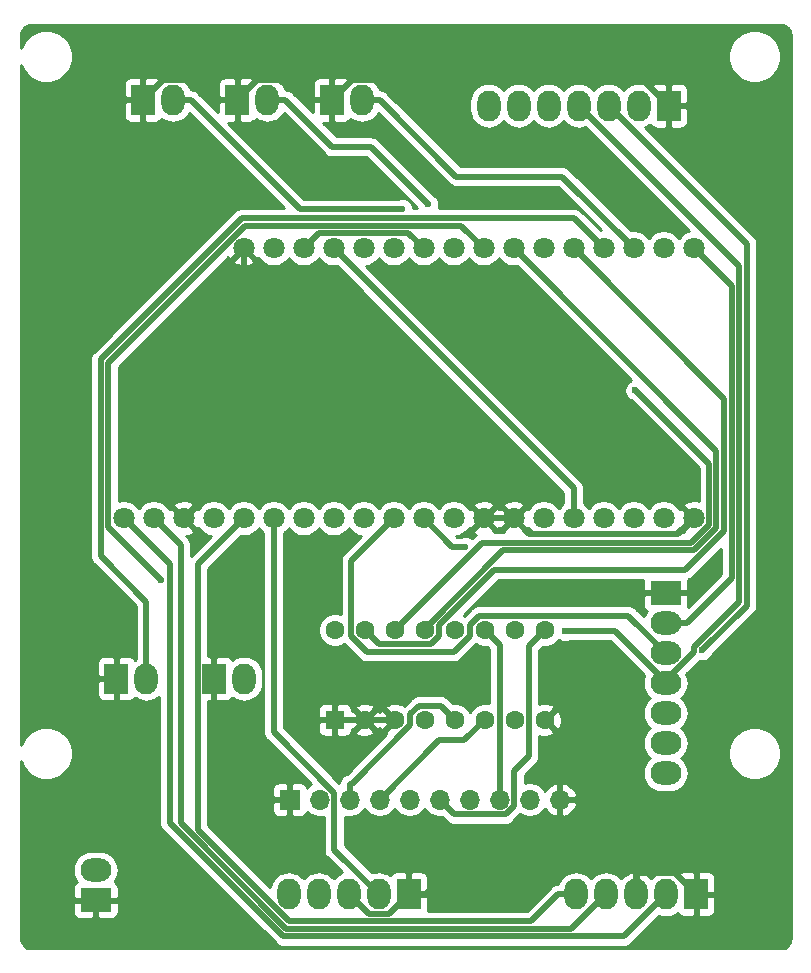
<source format=gbl>
G04 #@! TF.GenerationSoftware,KiCad,Pcbnew,(5.1.8)-1*
G04 #@! TF.CreationDate,2021-09-19T21:20:28+02:00*
G04 #@! TF.ProjectId,sdr-controller,7364722d-636f-46e7-9472-6f6c6c65722e,rev?*
G04 #@! TF.SameCoordinates,Original*
G04 #@! TF.FileFunction,Copper,L2,Bot*
G04 #@! TF.FilePolarity,Positive*
%FSLAX46Y46*%
G04 Gerber Fmt 4.6, Leading zero omitted, Abs format (unit mm)*
G04 Created by KiCad (PCBNEW (5.1.8)-1) date 2021-09-19 21:20:28*
%MOMM*%
%LPD*%
G01*
G04 APERTURE LIST*
G04 #@! TA.AperFunction,ComponentPad*
%ADD10R,2.000000X2.600000*%
G04 #@! TD*
G04 #@! TA.AperFunction,ComponentPad*
%ADD11O,2.000000X2.600000*%
G04 #@! TD*
G04 #@! TA.AperFunction,ComponentPad*
%ADD12R,2.600000X2.000000*%
G04 #@! TD*
G04 #@! TA.AperFunction,ComponentPad*
%ADD13O,2.600000X2.000000*%
G04 #@! TD*
G04 #@! TA.AperFunction,ComponentPad*
%ADD14C,1.800000*%
G04 #@! TD*
G04 #@! TA.AperFunction,ComponentPad*
%ADD15C,1.600000*%
G04 #@! TD*
G04 #@! TA.AperFunction,ComponentPad*
%ADD16R,1.600000X1.600000*%
G04 #@! TD*
G04 #@! TA.AperFunction,ComponentPad*
%ADD17R,1.700000X1.700000*%
G04 #@! TD*
G04 #@! TA.AperFunction,ComponentPad*
%ADD18O,1.700000X1.700000*%
G04 #@! TD*
G04 #@! TA.AperFunction,ViaPad*
%ADD19C,0.600000*%
G04 #@! TD*
G04 #@! TA.AperFunction,Conductor*
%ADD20C,0.500000*%
G04 #@! TD*
G04 #@! TA.AperFunction,Conductor*
%ADD21C,0.254000*%
G04 #@! TD*
G04 #@! TA.AperFunction,Conductor*
%ADD22C,0.100000*%
G04 #@! TD*
G04 APERTURE END LIST*
D10*
X97830000Y-109250000D03*
D11*
X95290000Y-109250000D03*
X92750000Y-109250000D03*
X90210000Y-109250000D03*
X87670000Y-109250000D03*
D10*
X73500000Y-109250000D03*
D11*
X70960000Y-109250000D03*
X68420000Y-109250000D03*
X65880000Y-109250000D03*
X63340000Y-109250000D03*
D12*
X47000000Y-109750000D03*
D13*
X47000000Y-107210000D03*
D10*
X95500000Y-42500000D03*
D11*
X92960000Y-42500000D03*
X90420000Y-42500000D03*
X87880000Y-42500000D03*
X85340000Y-42500000D03*
X82800000Y-42500000D03*
X80260000Y-42500000D03*
D12*
X95250000Y-83750000D03*
D13*
X95250000Y-86290000D03*
X95250000Y-88830000D03*
X95250000Y-91370000D03*
X95250000Y-93910000D03*
X95250000Y-96450000D03*
X95250000Y-98990000D03*
D10*
X51000000Y-42000000D03*
D11*
X53540000Y-42000000D03*
D10*
X59000000Y-42000000D03*
D11*
X61540000Y-42000000D03*
D10*
X57000000Y-91000000D03*
D11*
X59540000Y-91000000D03*
D10*
X48750000Y-91000000D03*
D11*
X51290000Y-91000000D03*
D10*
X67000000Y-42000000D03*
D11*
X69540000Y-42000000D03*
D14*
X49370000Y-77430000D03*
X51910000Y-77430000D03*
X54450000Y-77430000D03*
X56990000Y-77430000D03*
X59530000Y-77430000D03*
X62070000Y-77430000D03*
X64610000Y-77430000D03*
X67150000Y-77430000D03*
X69690000Y-77430000D03*
X72230000Y-77430000D03*
X74770000Y-77430000D03*
X77310000Y-77430000D03*
X59530000Y-54570000D03*
X62070000Y-54570000D03*
X64610000Y-54570000D03*
X67150000Y-54570000D03*
X69690000Y-54570000D03*
X72230000Y-54570000D03*
X74770000Y-54570000D03*
X77310000Y-54570000D03*
X79850000Y-54570000D03*
X82390000Y-54570000D03*
X84930000Y-54570000D03*
X87470000Y-54570000D03*
X90010000Y-54570000D03*
X92550000Y-54570000D03*
X95090000Y-54570000D03*
X97630000Y-54570000D03*
X79850000Y-77430000D03*
X82390000Y-77430000D03*
X84930000Y-77430000D03*
X87470000Y-77430000D03*
X90010000Y-77430000D03*
X92550000Y-77430000D03*
X95090000Y-77430000D03*
X97630000Y-77430000D03*
D15*
X85030000Y-86880000D03*
X85030000Y-94500000D03*
X67250000Y-86880000D03*
X69790000Y-86880000D03*
X72330000Y-86880000D03*
X74870000Y-86880000D03*
X77410000Y-86880000D03*
X79950000Y-86880000D03*
X82490000Y-86880000D03*
X82490000Y-94500000D03*
X79950000Y-94500000D03*
X77410000Y-94500000D03*
X74870000Y-94500000D03*
X72330000Y-94500000D03*
X69790000Y-94500000D03*
D16*
X67250000Y-94500000D03*
D17*
X63420000Y-101250000D03*
D18*
X65960000Y-101250000D03*
X68500000Y-101250000D03*
X71040000Y-101250000D03*
X73580000Y-101250000D03*
X76120000Y-101250000D03*
X78660000Y-101250000D03*
X81200000Y-101250000D03*
X83740000Y-101250000D03*
X86280000Y-101250000D03*
D19*
X52539000Y-82671500D03*
X75137700Y-50833800D03*
X72926500Y-51240600D03*
X98373300Y-88574200D03*
X86760000Y-86971200D03*
X78244600Y-79857300D03*
X92700000Y-66601600D03*
D20*
X59530000Y-54570000D02*
X59530000Y-72350000D01*
X59530000Y-72350000D02*
X54450000Y-77430000D01*
X63420000Y-101250000D02*
X63420000Y-99900000D01*
X63420000Y-99900000D02*
X57000000Y-93480000D01*
X57000000Y-93480000D02*
X57000000Y-91000000D01*
X67000000Y-42000000D02*
X65500000Y-42000000D01*
X65500000Y-42000000D02*
X63813800Y-40313800D01*
X63813800Y-40313800D02*
X60686200Y-40313800D01*
X60686200Y-40313800D02*
X59000000Y-42000000D01*
X67000000Y-42000000D02*
X68701800Y-40298200D01*
X68701800Y-40298200D02*
X93298200Y-40298200D01*
X93298200Y-40298200D02*
X95500000Y-42500000D01*
X82390000Y-77430000D02*
X79850000Y-77430000D01*
X97630000Y-77430000D02*
X96339900Y-78720100D01*
X96339900Y-78720100D02*
X83680100Y-78720100D01*
X83680100Y-78720100D02*
X82390000Y-77430000D01*
X59000000Y-42000000D02*
X57500000Y-42000000D01*
X57500000Y-42000000D02*
X55822000Y-40322000D01*
X55822000Y-40322000D02*
X52678000Y-40322000D01*
X52678000Y-40322000D02*
X51000000Y-42000000D01*
X92750000Y-107450000D02*
X96030000Y-107450000D01*
X96030000Y-107450000D02*
X97830000Y-109250000D01*
X86280000Y-104430000D02*
X89730000Y-104430000D01*
X89730000Y-104430000D02*
X92750000Y-107450000D01*
X73500000Y-109250000D02*
X75000000Y-109250000D01*
X75000000Y-109250000D02*
X79820000Y-104430000D01*
X79820000Y-104430000D02*
X86280000Y-104430000D01*
X86280000Y-102600000D02*
X86280000Y-104430000D01*
X68420000Y-109250000D02*
X70097300Y-110927300D01*
X70097300Y-110927300D02*
X71822700Y-110927300D01*
X71822700Y-110927300D02*
X73500000Y-109250000D01*
X92750000Y-109250000D02*
X92750000Y-107450000D01*
X86280000Y-101250000D02*
X86280000Y-102600000D01*
X69790000Y-94500000D02*
X72330000Y-94500000D01*
X67250000Y-94500000D02*
X69790000Y-94500000D01*
X68500000Y-101250000D02*
X68500000Y-99900000D01*
X68500000Y-99900000D02*
X68668700Y-99900000D01*
X68668700Y-99900000D02*
X73600000Y-94968700D01*
X73600000Y-94968700D02*
X73600000Y-94028400D01*
X73600000Y-94028400D02*
X74333100Y-93295300D01*
X74333100Y-93295300D02*
X76205300Y-93295300D01*
X76205300Y-93295300D02*
X77410000Y-94500000D01*
X71040000Y-101250000D02*
X76054500Y-96235500D01*
X76054500Y-96235500D02*
X78214500Y-96235500D01*
X78214500Y-96235500D02*
X79950000Y-94500000D01*
X76120000Y-101250000D02*
X77360800Y-102490800D01*
X77360800Y-102490800D02*
X81714500Y-102490800D01*
X81714500Y-102490800D02*
X82427400Y-101777900D01*
X82427400Y-101777900D02*
X82427400Y-98838100D01*
X82427400Y-98838100D02*
X83667400Y-97598100D01*
X83667400Y-97598100D02*
X83667400Y-88242600D01*
X83667400Y-88242600D02*
X85030000Y-86880000D01*
X81200000Y-101250000D02*
X81200000Y-88130000D01*
X81200000Y-88130000D02*
X79950000Y-86880000D01*
X62070000Y-77430000D02*
X62070000Y-95532800D01*
X62070000Y-95532800D02*
X67187400Y-100650200D01*
X67187400Y-100650200D02*
X67187400Y-105477400D01*
X67187400Y-105477400D02*
X70960000Y-109250000D01*
X49370000Y-77430000D02*
X53248900Y-81308900D01*
X53248900Y-81308900D02*
X53248900Y-103190300D01*
X53248900Y-103190300D02*
X62881700Y-112823100D01*
X62881700Y-112823100D02*
X91716900Y-112823100D01*
X91716900Y-112823100D02*
X95290000Y-109250000D01*
X51910000Y-77430000D02*
X54185100Y-79705100D01*
X54185100Y-79705100D02*
X54185200Y-79705100D01*
X54185200Y-79705100D02*
X54185200Y-103238500D01*
X54185200Y-103238500D02*
X63131900Y-112185200D01*
X63131900Y-112185200D02*
X87274800Y-112185200D01*
X87274800Y-112185200D02*
X90210000Y-109250000D01*
X87670000Y-109250000D02*
X86170000Y-109250000D01*
X86170000Y-109250000D02*
X83862200Y-111557800D01*
X83862200Y-111557800D02*
X63391800Y-111557800D01*
X63391800Y-111557800D02*
X55622600Y-103788600D01*
X55622600Y-103788600D02*
X55622600Y-81337400D01*
X55622600Y-81337400D02*
X59530000Y-77430000D01*
X69540000Y-42000000D02*
X71040000Y-42000000D01*
X92550000Y-54570000D02*
X86476600Y-48496600D01*
X86476600Y-48496600D02*
X77536600Y-48496600D01*
X77536600Y-48496600D02*
X71040000Y-42000000D01*
X90010000Y-54570000D02*
X87464100Y-52024100D01*
X87464100Y-52024100D02*
X59374200Y-52024100D01*
X59374200Y-52024100D02*
X47413100Y-63985200D01*
X47413100Y-63985200D02*
X47413100Y-80634600D01*
X47413100Y-80634600D02*
X51290000Y-84511500D01*
X51290000Y-84511500D02*
X51290000Y-91000000D01*
X52539000Y-82671500D02*
X48045500Y-78178000D01*
X48045500Y-78178000D02*
X48045500Y-64248100D01*
X48045500Y-64248100D02*
X59642100Y-52651500D01*
X59642100Y-52651500D02*
X77931500Y-52651500D01*
X77931500Y-52651500D02*
X79850000Y-54570000D01*
X61540000Y-42000000D02*
X63040000Y-42000000D01*
X75137700Y-50833800D02*
X70293200Y-45989300D01*
X70293200Y-45989300D02*
X67029300Y-45989300D01*
X67029300Y-45989300D02*
X63040000Y-42000000D01*
X55040000Y-42000000D02*
X64280500Y-51240500D01*
X64280500Y-51240500D02*
X72926500Y-51240500D01*
X72926500Y-51240500D02*
X72926500Y-51240600D01*
X53540000Y-42000000D02*
X55040000Y-42000000D01*
X95250000Y-86290000D02*
X97050000Y-86290000D01*
X97050000Y-86290000D02*
X100851000Y-82489000D01*
X100851000Y-82489000D02*
X100851000Y-57791000D01*
X100851000Y-57791000D02*
X97630000Y-54570000D01*
X98373300Y-88574200D02*
X102133900Y-84813600D01*
X102133900Y-84813600D02*
X102133900Y-54213900D01*
X102133900Y-54213900D02*
X90420000Y-42500000D01*
X72230000Y-77430000D02*
X68612300Y-81047700D01*
X68612300Y-81047700D02*
X68612300Y-87383100D01*
X68612300Y-87383100D02*
X69967400Y-88738200D01*
X69967400Y-88738200D02*
X77297700Y-88738200D01*
X77297700Y-88738200D02*
X78680000Y-87355900D01*
X78680000Y-87355900D02*
X78680000Y-86425900D01*
X78680000Y-86425900D02*
X79437500Y-85668400D01*
X79437500Y-85668400D02*
X92088400Y-85668400D01*
X92088400Y-85668400D02*
X95250000Y-88830000D01*
X87880000Y-42500000D02*
X101485000Y-56105000D01*
X101485000Y-56105000D02*
X101485000Y-84504700D01*
X101485000Y-84504700D02*
X97696000Y-88293700D01*
X97696000Y-88293700D02*
X97696000Y-88708600D01*
X97696000Y-88708600D02*
X95180800Y-91223800D01*
X86760000Y-86971200D02*
X90928200Y-86971200D01*
X90928200Y-86971200D02*
X95180800Y-91223800D01*
X74770000Y-77430000D02*
X77197300Y-79857300D01*
X77197300Y-79857300D02*
X78244600Y-79857300D01*
X95180800Y-91223800D02*
X95180800Y-91300800D01*
X95180800Y-91300800D02*
X95250000Y-91370000D01*
X87470000Y-77430000D02*
X87470000Y-74890000D01*
X87470000Y-74890000D02*
X67150000Y-54570000D01*
X74770000Y-54570000D02*
X73481400Y-53281400D01*
X73481400Y-53281400D02*
X65898600Y-53281400D01*
X65898600Y-53281400D02*
X64610000Y-54570000D01*
X69790000Y-86880000D02*
X70969300Y-88059300D01*
X70969300Y-88059300D02*
X75355800Y-88059300D01*
X75355800Y-88059300D02*
X76047400Y-87367700D01*
X76047400Y-87367700D02*
X76047400Y-86498000D01*
X76047400Y-86498000D02*
X80757200Y-81788200D01*
X80757200Y-81788200D02*
X96916900Y-81788200D01*
X96916900Y-81788200D02*
X100223600Y-78481500D01*
X100223600Y-78481500D02*
X100223600Y-67323600D01*
X100223600Y-67323600D02*
X87470000Y-54570000D01*
X72330000Y-86880000D02*
X79704700Y-79505300D01*
X79704700Y-79505300D02*
X97410200Y-79505300D01*
X97410200Y-79505300D02*
X98927100Y-77988400D01*
X98927100Y-77988400D02*
X98927100Y-72828700D01*
X98927100Y-72828700D02*
X92700000Y-66601600D01*
X74870000Y-86880000D02*
X74870000Y-86788100D01*
X74870000Y-86788100D02*
X81525400Y-80132700D01*
X81525400Y-80132700D02*
X97670100Y-80132700D01*
X97670100Y-80132700D02*
X99554500Y-78248300D01*
X99554500Y-78248300D02*
X99554500Y-71734500D01*
X99554500Y-71734500D02*
X82390000Y-54570000D01*
D21*
X105162540Y-35679102D02*
X105318894Y-35726308D01*
X105463096Y-35802982D01*
X105589663Y-35906207D01*
X105693769Y-36032051D01*
X105771447Y-36175711D01*
X105819742Y-36331729D01*
X105840000Y-36524473D01*
X105840001Y-112967712D01*
X105820898Y-113162540D01*
X105773692Y-113318895D01*
X105697018Y-113463096D01*
X105593792Y-113589664D01*
X105467951Y-113693768D01*
X105324289Y-113771447D01*
X105168271Y-113819742D01*
X104975527Y-113840000D01*
X41532277Y-113840000D01*
X41337460Y-113820898D01*
X41181105Y-113773692D01*
X41036904Y-113697018D01*
X40910336Y-113593792D01*
X40806232Y-113467951D01*
X40728553Y-113324289D01*
X40680258Y-113168271D01*
X40660000Y-112975527D01*
X40660000Y-110750000D01*
X45061928Y-110750000D01*
X45074188Y-110874482D01*
X45110498Y-110994180D01*
X45169463Y-111104494D01*
X45248815Y-111201185D01*
X45345506Y-111280537D01*
X45455820Y-111339502D01*
X45575518Y-111375812D01*
X45700000Y-111388072D01*
X46714250Y-111385000D01*
X46873000Y-111226250D01*
X46873000Y-109877000D01*
X47127000Y-109877000D01*
X47127000Y-111226250D01*
X47285750Y-111385000D01*
X48300000Y-111388072D01*
X48424482Y-111375812D01*
X48544180Y-111339502D01*
X48654494Y-111280537D01*
X48751185Y-111201185D01*
X48830537Y-111104494D01*
X48889502Y-110994180D01*
X48925812Y-110874482D01*
X48938072Y-110750000D01*
X48935000Y-110035750D01*
X48776250Y-109877000D01*
X47127000Y-109877000D01*
X46873000Y-109877000D01*
X45223750Y-109877000D01*
X45065000Y-110035750D01*
X45061928Y-110750000D01*
X40660000Y-110750000D01*
X40660000Y-107210000D01*
X45057089Y-107210000D01*
X45088657Y-107530516D01*
X45182148Y-107838715D01*
X45333969Y-108122752D01*
X45392655Y-108194261D01*
X45345506Y-108219463D01*
X45248815Y-108298815D01*
X45169463Y-108395506D01*
X45110498Y-108505820D01*
X45074188Y-108625518D01*
X45061928Y-108750000D01*
X45065000Y-109464250D01*
X45223750Y-109623000D01*
X46873000Y-109623000D01*
X46873000Y-109603000D01*
X47127000Y-109603000D01*
X47127000Y-109623000D01*
X48776250Y-109623000D01*
X48935000Y-109464250D01*
X48938072Y-108750000D01*
X48925812Y-108625518D01*
X48889502Y-108505820D01*
X48830537Y-108395506D01*
X48751185Y-108298815D01*
X48654494Y-108219463D01*
X48607345Y-108194261D01*
X48666031Y-108122752D01*
X48817852Y-107838715D01*
X48911343Y-107530516D01*
X48942911Y-107210000D01*
X48911343Y-106889484D01*
X48817852Y-106581285D01*
X48666031Y-106297248D01*
X48461714Y-106048286D01*
X48212752Y-105843969D01*
X47928715Y-105692148D01*
X47620516Y-105598657D01*
X47380322Y-105575000D01*
X46619678Y-105575000D01*
X46379484Y-105598657D01*
X46071285Y-105692148D01*
X45787248Y-105843969D01*
X45538286Y-106048286D01*
X45333969Y-106297248D01*
X45182148Y-106581285D01*
X45088657Y-106889484D01*
X45057089Y-107210000D01*
X40660000Y-107210000D01*
X40660000Y-98009683D01*
X40811269Y-98374879D01*
X41056862Y-98742436D01*
X41369444Y-99055018D01*
X41737001Y-99300611D01*
X42145409Y-99469779D01*
X42578972Y-99556021D01*
X43021030Y-99556021D01*
X43454593Y-99469779D01*
X43863001Y-99300611D01*
X44230558Y-99055018D01*
X44543140Y-98742436D01*
X44788733Y-98374879D01*
X44957901Y-97966471D01*
X45044143Y-97532908D01*
X45044143Y-97090850D01*
X44957901Y-96657287D01*
X44788733Y-96248879D01*
X44543140Y-95881322D01*
X44230558Y-95568740D01*
X43863001Y-95323147D01*
X43454593Y-95153979D01*
X43021030Y-95067737D01*
X42578972Y-95067737D01*
X42145409Y-95153979D01*
X41737001Y-95323147D01*
X41369444Y-95568740D01*
X41056862Y-95881322D01*
X40811269Y-96248879D01*
X40660000Y-96614075D01*
X40660000Y-92300000D01*
X47111928Y-92300000D01*
X47124188Y-92424482D01*
X47160498Y-92544180D01*
X47219463Y-92654494D01*
X47298815Y-92751185D01*
X47395506Y-92830537D01*
X47505820Y-92889502D01*
X47625518Y-92925812D01*
X47750000Y-92938072D01*
X48464250Y-92935000D01*
X48623000Y-92776250D01*
X48623000Y-91127000D01*
X47273750Y-91127000D01*
X47115000Y-91285750D01*
X47111928Y-92300000D01*
X40660000Y-92300000D01*
X40660000Y-89700000D01*
X47111928Y-89700000D01*
X47115000Y-90714250D01*
X47273750Y-90873000D01*
X48623000Y-90873000D01*
X48623000Y-89223750D01*
X48464250Y-89065000D01*
X47750000Y-89061928D01*
X47625518Y-89074188D01*
X47505820Y-89110498D01*
X47395506Y-89169463D01*
X47298815Y-89248815D01*
X47219463Y-89345506D01*
X47160498Y-89455820D01*
X47124188Y-89575518D01*
X47111928Y-89700000D01*
X40660000Y-89700000D01*
X40660000Y-63985200D01*
X46523819Y-63985200D01*
X46528100Y-64028669D01*
X46528101Y-80591121D01*
X46523819Y-80634600D01*
X46540905Y-80808090D01*
X46591512Y-80974913D01*
X46673690Y-81128659D01*
X46756568Y-81229646D01*
X46756571Y-81229649D01*
X46784284Y-81263417D01*
X46818051Y-81291130D01*
X50405000Y-84878079D01*
X50405001Y-89319135D01*
X50377248Y-89333969D01*
X50305739Y-89392655D01*
X50280537Y-89345506D01*
X50201185Y-89248815D01*
X50104494Y-89169463D01*
X49994180Y-89110498D01*
X49874482Y-89074188D01*
X49750000Y-89061928D01*
X49035750Y-89065000D01*
X48877000Y-89223750D01*
X48877000Y-90873000D01*
X48897000Y-90873000D01*
X48897000Y-91127000D01*
X48877000Y-91127000D01*
X48877000Y-92776250D01*
X49035750Y-92935000D01*
X49750000Y-92938072D01*
X49874482Y-92925812D01*
X49994180Y-92889502D01*
X50104494Y-92830537D01*
X50201185Y-92751185D01*
X50280537Y-92654494D01*
X50305739Y-92607345D01*
X50377249Y-92666031D01*
X50661286Y-92817852D01*
X50969485Y-92911343D01*
X51290000Y-92942911D01*
X51610516Y-92911343D01*
X51918715Y-92817852D01*
X52202752Y-92666031D01*
X52363901Y-92533780D01*
X52363901Y-103146821D01*
X52359619Y-103190300D01*
X52376705Y-103363790D01*
X52427312Y-103530613D01*
X52509490Y-103684359D01*
X52592368Y-103785346D01*
X52592371Y-103785349D01*
X52620084Y-103819117D01*
X52653852Y-103846830D01*
X62225170Y-113418149D01*
X62252883Y-113451917D01*
X62286651Y-113479630D01*
X62286653Y-113479632D01*
X62320246Y-113507201D01*
X62387641Y-113562511D01*
X62541387Y-113644689D01*
X62708210Y-113695295D01*
X62838223Y-113708100D01*
X62838233Y-113708100D01*
X62881699Y-113712381D01*
X62925165Y-113708100D01*
X91673431Y-113708100D01*
X91716900Y-113712381D01*
X91760369Y-113708100D01*
X91760377Y-113708100D01*
X91890390Y-113695295D01*
X92057213Y-113644689D01*
X92210959Y-113562511D01*
X92345717Y-113451917D01*
X92373434Y-113418144D01*
X94709194Y-111082385D01*
X94969484Y-111161343D01*
X95290000Y-111192911D01*
X95610515Y-111161343D01*
X95918714Y-111067852D01*
X96202751Y-110916031D01*
X96274261Y-110857345D01*
X96299463Y-110904494D01*
X96378815Y-111001185D01*
X96475506Y-111080537D01*
X96585820Y-111139502D01*
X96705518Y-111175812D01*
X96830000Y-111188072D01*
X97544250Y-111185000D01*
X97703000Y-111026250D01*
X97703000Y-109377000D01*
X97957000Y-109377000D01*
X97957000Y-111026250D01*
X98115750Y-111185000D01*
X98830000Y-111188072D01*
X98954482Y-111175812D01*
X99074180Y-111139502D01*
X99184494Y-111080537D01*
X99281185Y-111001185D01*
X99360537Y-110904494D01*
X99419502Y-110794180D01*
X99455812Y-110674482D01*
X99468072Y-110550000D01*
X99465000Y-109535750D01*
X99306250Y-109377000D01*
X97957000Y-109377000D01*
X97703000Y-109377000D01*
X97683000Y-109377000D01*
X97683000Y-109123000D01*
X97703000Y-109123000D01*
X97703000Y-107473750D01*
X97957000Y-107473750D01*
X97957000Y-109123000D01*
X99306250Y-109123000D01*
X99465000Y-108964250D01*
X99468072Y-107950000D01*
X99455812Y-107825518D01*
X99419502Y-107705820D01*
X99360537Y-107595506D01*
X99281185Y-107498815D01*
X99184494Y-107419463D01*
X99074180Y-107360498D01*
X98954482Y-107324188D01*
X98830000Y-107311928D01*
X98115750Y-107315000D01*
X97957000Y-107473750D01*
X97703000Y-107473750D01*
X97544250Y-107315000D01*
X96830000Y-107311928D01*
X96705518Y-107324188D01*
X96585820Y-107360498D01*
X96475506Y-107419463D01*
X96378815Y-107498815D01*
X96299463Y-107595506D01*
X96274261Y-107642655D01*
X96202752Y-107583969D01*
X95918715Y-107432148D01*
X95610516Y-107338657D01*
X95290000Y-107307089D01*
X94969485Y-107338657D01*
X94661286Y-107432148D01*
X94377249Y-107583969D01*
X94128286Y-107788286D01*
X94021716Y-107918142D01*
X93816317Y-107704078D01*
X93552761Y-107519990D01*
X93258355Y-107390856D01*
X93130434Y-107359876D01*
X92877000Y-107479223D01*
X92877000Y-109123000D01*
X92897000Y-109123000D01*
X92897000Y-109377000D01*
X92877000Y-109377000D01*
X92877000Y-109397000D01*
X92623000Y-109397000D01*
X92623000Y-109377000D01*
X92603000Y-109377000D01*
X92603000Y-109123000D01*
X92623000Y-109123000D01*
X92623000Y-107479223D01*
X92369566Y-107359876D01*
X92241645Y-107390856D01*
X91947239Y-107519990D01*
X91683683Y-107704078D01*
X91478284Y-107918142D01*
X91371714Y-107788286D01*
X91122752Y-107583969D01*
X90838715Y-107432148D01*
X90530516Y-107338657D01*
X90210000Y-107307089D01*
X89889485Y-107338657D01*
X89581286Y-107432148D01*
X89297249Y-107583969D01*
X89048286Y-107788286D01*
X88940000Y-107920233D01*
X88831714Y-107788286D01*
X88582752Y-107583969D01*
X88298715Y-107432148D01*
X87990516Y-107338657D01*
X87670000Y-107307089D01*
X87349485Y-107338657D01*
X87041286Y-107432148D01*
X86757249Y-107583969D01*
X86508286Y-107788286D01*
X86303969Y-108037248D01*
X86152148Y-108321285D01*
X86139268Y-108363746D01*
X86126533Y-108365000D01*
X86126523Y-108365000D01*
X85996510Y-108377805D01*
X85829687Y-108428411D01*
X85675941Y-108510589D01*
X85675939Y-108510590D01*
X85675940Y-108510590D01*
X85574953Y-108593468D01*
X85574951Y-108593470D01*
X85541183Y-108621183D01*
X85513470Y-108654951D01*
X83495622Y-110672800D01*
X75125978Y-110672800D01*
X75138072Y-110550000D01*
X75135000Y-109535750D01*
X74976250Y-109377000D01*
X73627000Y-109377000D01*
X73627000Y-109397000D01*
X73373000Y-109397000D01*
X73373000Y-109377000D01*
X73353000Y-109377000D01*
X73353000Y-109123000D01*
X73373000Y-109123000D01*
X73373000Y-107473750D01*
X73627000Y-107473750D01*
X73627000Y-109123000D01*
X74976250Y-109123000D01*
X75135000Y-108964250D01*
X75138072Y-107950000D01*
X75125812Y-107825518D01*
X75089502Y-107705820D01*
X75030537Y-107595506D01*
X74951185Y-107498815D01*
X74854494Y-107419463D01*
X74744180Y-107360498D01*
X74624482Y-107324188D01*
X74500000Y-107311928D01*
X73785750Y-107315000D01*
X73627000Y-107473750D01*
X73373000Y-107473750D01*
X73214250Y-107315000D01*
X72500000Y-107311928D01*
X72375518Y-107324188D01*
X72255820Y-107360498D01*
X72145506Y-107419463D01*
X72048815Y-107498815D01*
X71969463Y-107595506D01*
X71944261Y-107642655D01*
X71872752Y-107583969D01*
X71588715Y-107432148D01*
X71280516Y-107338657D01*
X70960000Y-107307089D01*
X70639485Y-107338657D01*
X70379194Y-107417615D01*
X68072400Y-105110822D01*
X68072400Y-102679038D01*
X68353740Y-102735000D01*
X68646260Y-102735000D01*
X68933158Y-102677932D01*
X69203411Y-102565990D01*
X69446632Y-102403475D01*
X69653475Y-102196632D01*
X69770000Y-102022240D01*
X69886525Y-102196632D01*
X70093368Y-102403475D01*
X70336589Y-102565990D01*
X70606842Y-102677932D01*
X70893740Y-102735000D01*
X71186260Y-102735000D01*
X71473158Y-102677932D01*
X71743411Y-102565990D01*
X71986632Y-102403475D01*
X72193475Y-102196632D01*
X72310000Y-102022240D01*
X72426525Y-102196632D01*
X72633368Y-102403475D01*
X72876589Y-102565990D01*
X73146842Y-102677932D01*
X73433740Y-102735000D01*
X73726260Y-102735000D01*
X74013158Y-102677932D01*
X74283411Y-102565990D01*
X74526632Y-102403475D01*
X74733475Y-102196632D01*
X74850000Y-102022240D01*
X74966525Y-102196632D01*
X75173368Y-102403475D01*
X75416589Y-102565990D01*
X75686842Y-102677932D01*
X75973740Y-102735000D01*
X76266260Y-102735000D01*
X76338960Y-102720539D01*
X76704270Y-103085849D01*
X76731983Y-103119617D01*
X76765751Y-103147330D01*
X76765753Y-103147332D01*
X76780925Y-103159783D01*
X76866741Y-103230211D01*
X77020487Y-103312389D01*
X77187310Y-103362995D01*
X77317323Y-103375800D01*
X77317333Y-103375800D01*
X77360799Y-103380081D01*
X77404265Y-103375800D01*
X81671031Y-103375800D01*
X81714500Y-103380081D01*
X81757969Y-103375800D01*
X81757977Y-103375800D01*
X81887990Y-103362995D01*
X82054813Y-103312389D01*
X82208559Y-103230211D01*
X82343317Y-103119617D01*
X82371034Y-103085844D01*
X82949248Y-102507631D01*
X83036589Y-102565990D01*
X83306842Y-102677932D01*
X83593740Y-102735000D01*
X83886260Y-102735000D01*
X84173158Y-102677932D01*
X84443411Y-102565990D01*
X84686632Y-102403475D01*
X84893475Y-102196632D01*
X85015195Y-102014466D01*
X85084822Y-102131355D01*
X85279731Y-102347588D01*
X85513080Y-102521641D01*
X85775901Y-102646825D01*
X85923110Y-102691476D01*
X86153000Y-102570155D01*
X86153000Y-101377000D01*
X86407000Y-101377000D01*
X86407000Y-102570155D01*
X86636890Y-102691476D01*
X86784099Y-102646825D01*
X87046920Y-102521641D01*
X87280269Y-102347588D01*
X87475178Y-102131355D01*
X87624157Y-101881252D01*
X87721481Y-101606891D01*
X87600814Y-101377000D01*
X86407000Y-101377000D01*
X86153000Y-101377000D01*
X86133000Y-101377000D01*
X86133000Y-101123000D01*
X86153000Y-101123000D01*
X86153000Y-99929845D01*
X86407000Y-99929845D01*
X86407000Y-101123000D01*
X87600814Y-101123000D01*
X87721481Y-100893109D01*
X87624157Y-100618748D01*
X87475178Y-100368645D01*
X87280269Y-100152412D01*
X87046920Y-99978359D01*
X86784099Y-99853175D01*
X86636890Y-99808524D01*
X86407000Y-99929845D01*
X86153000Y-99929845D01*
X85923110Y-99808524D01*
X85775901Y-99853175D01*
X85513080Y-99978359D01*
X85279731Y-100152412D01*
X85084822Y-100368645D01*
X85015195Y-100485534D01*
X84893475Y-100303368D01*
X84686632Y-100096525D01*
X84443411Y-99934010D01*
X84173158Y-99822068D01*
X83886260Y-99765000D01*
X83593740Y-99765000D01*
X83312400Y-99820962D01*
X83312400Y-99204678D01*
X84262450Y-98254629D01*
X84296217Y-98226917D01*
X84406811Y-98092159D01*
X84488989Y-97938413D01*
X84539595Y-97771590D01*
X84552400Y-97641577D01*
X84552400Y-97641569D01*
X84556681Y-97598100D01*
X84552400Y-97554631D01*
X84552400Y-95859678D01*
X84818184Y-95926300D01*
X85100512Y-95940217D01*
X85380130Y-95898787D01*
X85646292Y-95803603D01*
X85771514Y-95736671D01*
X85843097Y-95492702D01*
X85030000Y-94679605D01*
X85015858Y-94693748D01*
X84836253Y-94514143D01*
X84850395Y-94500000D01*
X85209605Y-94500000D01*
X86022702Y-95313097D01*
X86266671Y-95241514D01*
X86387571Y-94986004D01*
X86456300Y-94711816D01*
X86470217Y-94429488D01*
X86428787Y-94149870D01*
X86333603Y-93883708D01*
X86266671Y-93758486D01*
X86022702Y-93686903D01*
X85209605Y-94500000D01*
X84850395Y-94500000D01*
X84836253Y-94485858D01*
X85015858Y-94306253D01*
X85030000Y-94320395D01*
X85843097Y-93507298D01*
X85771514Y-93263329D01*
X85516004Y-93142429D01*
X85241816Y-93073700D01*
X84959488Y-93059783D01*
X84679870Y-93101213D01*
X84552400Y-93146798D01*
X84552400Y-88609178D01*
X84853561Y-88308017D01*
X84888665Y-88315000D01*
X85171335Y-88315000D01*
X85448574Y-88259853D01*
X85709727Y-88151680D01*
X85944759Y-87994637D01*
X86144637Y-87794759D01*
X86195550Y-87718562D01*
X86317111Y-87799786D01*
X86487271Y-87870268D01*
X86667911Y-87906200D01*
X86852089Y-87906200D01*
X87032729Y-87870268D01*
X87066692Y-87856200D01*
X90561622Y-87856200D01*
X93437219Y-90731798D01*
X93432148Y-90741285D01*
X93338657Y-91049484D01*
X93307089Y-91370000D01*
X93338657Y-91690516D01*
X93432148Y-91998715D01*
X93583969Y-92282752D01*
X93788286Y-92531714D01*
X93920233Y-92640000D01*
X93788286Y-92748286D01*
X93583969Y-92997248D01*
X93432148Y-93281285D01*
X93338657Y-93589484D01*
X93307089Y-93910000D01*
X93338657Y-94230516D01*
X93432148Y-94538715D01*
X93583969Y-94822752D01*
X93788286Y-95071714D01*
X93920233Y-95180000D01*
X93788286Y-95288286D01*
X93583969Y-95537248D01*
X93432148Y-95821285D01*
X93338657Y-96129484D01*
X93307089Y-96450000D01*
X93338657Y-96770516D01*
X93432148Y-97078715D01*
X93583969Y-97362752D01*
X93788286Y-97611714D01*
X93920233Y-97720000D01*
X93788286Y-97828286D01*
X93583969Y-98077248D01*
X93432148Y-98361285D01*
X93338657Y-98669484D01*
X93307089Y-98990000D01*
X93338657Y-99310516D01*
X93432148Y-99618715D01*
X93583969Y-99902752D01*
X93788286Y-100151714D01*
X94037248Y-100356031D01*
X94321285Y-100507852D01*
X94629484Y-100601343D01*
X94869678Y-100625000D01*
X95630322Y-100625000D01*
X95870516Y-100601343D01*
X96178715Y-100507852D01*
X96462752Y-100356031D01*
X96711714Y-100151714D01*
X96916031Y-99902752D01*
X97067852Y-99618715D01*
X97161343Y-99310516D01*
X97192911Y-98990000D01*
X97161343Y-98669484D01*
X97067852Y-98361285D01*
X96916031Y-98077248D01*
X96711714Y-97828286D01*
X96579767Y-97720000D01*
X96711714Y-97611714D01*
X96916031Y-97362752D01*
X97061365Y-97090850D01*
X100555859Y-97090850D01*
X100555859Y-97532908D01*
X100642101Y-97966471D01*
X100811269Y-98374879D01*
X101056862Y-98742436D01*
X101369444Y-99055018D01*
X101737001Y-99300611D01*
X102145409Y-99469779D01*
X102578972Y-99556021D01*
X103021030Y-99556021D01*
X103454593Y-99469779D01*
X103863001Y-99300611D01*
X104230558Y-99055018D01*
X104543140Y-98742436D01*
X104788733Y-98374879D01*
X104957901Y-97966471D01*
X105044143Y-97532908D01*
X105044143Y-97090850D01*
X104957901Y-96657287D01*
X104788733Y-96248879D01*
X104543140Y-95881322D01*
X104230558Y-95568740D01*
X103863001Y-95323147D01*
X103454593Y-95153979D01*
X103021030Y-95067737D01*
X102578972Y-95067737D01*
X102145409Y-95153979D01*
X101737001Y-95323147D01*
X101369444Y-95568740D01*
X101056862Y-95881322D01*
X100811269Y-96248879D01*
X100642101Y-96657287D01*
X100555859Y-97090850D01*
X97061365Y-97090850D01*
X97067852Y-97078715D01*
X97161343Y-96770516D01*
X97192911Y-96450000D01*
X97161343Y-96129484D01*
X97067852Y-95821285D01*
X96916031Y-95537248D01*
X96711714Y-95288286D01*
X96579767Y-95180000D01*
X96711714Y-95071714D01*
X96916031Y-94822752D01*
X97067852Y-94538715D01*
X97161343Y-94230516D01*
X97192911Y-93910000D01*
X97161343Y-93589484D01*
X97067852Y-93281285D01*
X96916031Y-92997248D01*
X96711714Y-92748286D01*
X96579767Y-92640000D01*
X96711714Y-92531714D01*
X96916031Y-92282752D01*
X97067852Y-91998715D01*
X97161343Y-91690516D01*
X97192911Y-91370000D01*
X97161343Y-91049484D01*
X97067852Y-90741285D01*
X97014572Y-90641606D01*
X98169250Y-89486929D01*
X98281211Y-89509200D01*
X98465389Y-89509200D01*
X98646029Y-89473268D01*
X98816189Y-89402786D01*
X98969328Y-89300462D01*
X99099562Y-89170228D01*
X99201886Y-89017089D01*
X99215955Y-88983123D01*
X102728950Y-85470129D01*
X102762717Y-85442417D01*
X102807318Y-85388072D01*
X102873311Y-85307659D01*
X102955489Y-85153914D01*
X103006095Y-84987090D01*
X103011817Y-84928989D01*
X103018900Y-84857077D01*
X103018900Y-84857069D01*
X103023181Y-84813600D01*
X103018900Y-84770131D01*
X103018900Y-54257365D01*
X103023181Y-54213899D01*
X103018900Y-54170433D01*
X103018900Y-54170423D01*
X103006095Y-54040410D01*
X102955489Y-53873587D01*
X102873311Y-53719841D01*
X102762717Y-53585083D01*
X102728949Y-53557370D01*
X93512538Y-44340960D01*
X93588714Y-44317852D01*
X93872751Y-44166031D01*
X93944261Y-44107345D01*
X93969463Y-44154494D01*
X94048815Y-44251185D01*
X94145506Y-44330537D01*
X94255820Y-44389502D01*
X94375518Y-44425812D01*
X94500000Y-44438072D01*
X95214250Y-44435000D01*
X95373000Y-44276250D01*
X95373000Y-42627000D01*
X95627000Y-42627000D01*
X95627000Y-44276250D01*
X95785750Y-44435000D01*
X96500000Y-44438072D01*
X96624482Y-44425812D01*
X96744180Y-44389502D01*
X96854494Y-44330537D01*
X96951185Y-44251185D01*
X97030537Y-44154494D01*
X97089502Y-44044180D01*
X97125812Y-43924482D01*
X97138072Y-43800000D01*
X97135000Y-42785750D01*
X96976250Y-42627000D01*
X95627000Y-42627000D01*
X95373000Y-42627000D01*
X95353000Y-42627000D01*
X95353000Y-42373000D01*
X95373000Y-42373000D01*
X95373000Y-40723750D01*
X95627000Y-40723750D01*
X95627000Y-42373000D01*
X96976250Y-42373000D01*
X97135000Y-42214250D01*
X97138072Y-41200000D01*
X97125812Y-41075518D01*
X97089502Y-40955820D01*
X97030537Y-40845506D01*
X96951185Y-40748815D01*
X96854494Y-40669463D01*
X96744180Y-40610498D01*
X96624482Y-40574188D01*
X96500000Y-40561928D01*
X95785750Y-40565000D01*
X95627000Y-40723750D01*
X95373000Y-40723750D01*
X95214250Y-40565000D01*
X94500000Y-40561928D01*
X94375518Y-40574188D01*
X94255820Y-40610498D01*
X94145506Y-40669463D01*
X94048815Y-40748815D01*
X93969463Y-40845506D01*
X93944261Y-40892655D01*
X93872752Y-40833969D01*
X93588715Y-40682148D01*
X93280516Y-40588657D01*
X92960000Y-40557089D01*
X92639485Y-40588657D01*
X92331286Y-40682148D01*
X92047249Y-40833969D01*
X91798286Y-41038286D01*
X91690000Y-41170233D01*
X91581714Y-41038286D01*
X91332752Y-40833969D01*
X91048715Y-40682148D01*
X90740516Y-40588657D01*
X90420000Y-40557089D01*
X90099485Y-40588657D01*
X89791286Y-40682148D01*
X89507249Y-40833969D01*
X89258286Y-41038286D01*
X89150000Y-41170233D01*
X89041714Y-41038286D01*
X88792752Y-40833969D01*
X88508715Y-40682148D01*
X88200516Y-40588657D01*
X87880000Y-40557089D01*
X87559485Y-40588657D01*
X87251286Y-40682148D01*
X86967249Y-40833969D01*
X86718286Y-41038286D01*
X86610000Y-41170233D01*
X86501714Y-41038286D01*
X86252752Y-40833969D01*
X85968715Y-40682148D01*
X85660516Y-40588657D01*
X85340000Y-40557089D01*
X85019485Y-40588657D01*
X84711286Y-40682148D01*
X84427249Y-40833969D01*
X84178286Y-41038286D01*
X84070000Y-41170233D01*
X83961714Y-41038286D01*
X83712752Y-40833969D01*
X83428715Y-40682148D01*
X83120516Y-40588657D01*
X82800000Y-40557089D01*
X82479485Y-40588657D01*
X82171286Y-40682148D01*
X81887249Y-40833969D01*
X81638286Y-41038286D01*
X81530000Y-41170233D01*
X81421714Y-41038286D01*
X81172752Y-40833969D01*
X80888715Y-40682148D01*
X80580516Y-40588657D01*
X80260000Y-40557089D01*
X79939485Y-40588657D01*
X79631286Y-40682148D01*
X79347249Y-40833969D01*
X79098286Y-41038286D01*
X78893969Y-41287248D01*
X78742148Y-41571285D01*
X78648657Y-41879484D01*
X78625000Y-42119678D01*
X78625000Y-42880321D01*
X78648657Y-43120515D01*
X78742148Y-43428714D01*
X78893969Y-43712751D01*
X79098286Y-43961714D01*
X79347248Y-44166031D01*
X79631285Y-44317852D01*
X79939484Y-44411343D01*
X80260000Y-44442911D01*
X80580515Y-44411343D01*
X80888714Y-44317852D01*
X81172751Y-44166031D01*
X81421714Y-43961714D01*
X81530000Y-43829766D01*
X81638286Y-43961714D01*
X81887248Y-44166031D01*
X82171285Y-44317852D01*
X82479484Y-44411343D01*
X82800000Y-44442911D01*
X83120515Y-44411343D01*
X83428714Y-44317852D01*
X83712751Y-44166031D01*
X83961714Y-43961714D01*
X84070000Y-43829766D01*
X84178286Y-43961714D01*
X84427248Y-44166031D01*
X84711285Y-44317852D01*
X85019484Y-44411343D01*
X85340000Y-44442911D01*
X85660515Y-44411343D01*
X85968714Y-44317852D01*
X86252751Y-44166031D01*
X86501714Y-43961714D01*
X86610000Y-43829766D01*
X86718286Y-43961714D01*
X86967248Y-44166031D01*
X87251285Y-44317852D01*
X87559484Y-44411343D01*
X87880000Y-44442911D01*
X88200515Y-44411343D01*
X88460806Y-44332385D01*
X97215748Y-53087327D01*
X97182257Y-53093989D01*
X96902905Y-53209701D01*
X96651495Y-53377688D01*
X96437688Y-53591495D01*
X96360000Y-53707763D01*
X96282312Y-53591495D01*
X96068505Y-53377688D01*
X95817095Y-53209701D01*
X95537743Y-53093989D01*
X95241184Y-53035000D01*
X94938816Y-53035000D01*
X94642257Y-53093989D01*
X94362905Y-53209701D01*
X94111495Y-53377688D01*
X93897688Y-53591495D01*
X93820000Y-53707763D01*
X93742312Y-53591495D01*
X93528505Y-53377688D01*
X93277095Y-53209701D01*
X92997743Y-53093989D01*
X92701184Y-53035000D01*
X92398816Y-53035000D01*
X92288518Y-53056939D01*
X87133134Y-47901556D01*
X87105417Y-47867783D01*
X86970659Y-47757189D01*
X86816913Y-47675011D01*
X86650090Y-47624405D01*
X86520077Y-47611600D01*
X86520069Y-47611600D01*
X86476600Y-47607319D01*
X86433131Y-47611600D01*
X77903179Y-47611600D01*
X71696534Y-41404956D01*
X71668817Y-41371183D01*
X71534059Y-41260589D01*
X71380313Y-41178411D01*
X71213490Y-41127805D01*
X71083477Y-41115000D01*
X71083469Y-41115000D01*
X71070732Y-41113746D01*
X71057852Y-41071285D01*
X70906031Y-40787248D01*
X70701714Y-40538286D01*
X70452751Y-40333969D01*
X70168714Y-40182148D01*
X69860515Y-40088657D01*
X69540000Y-40057089D01*
X69219484Y-40088657D01*
X68911285Y-40182148D01*
X68627248Y-40333969D01*
X68555739Y-40392655D01*
X68530537Y-40345506D01*
X68451185Y-40248815D01*
X68354494Y-40169463D01*
X68244180Y-40110498D01*
X68124482Y-40074188D01*
X68000000Y-40061928D01*
X67285750Y-40065000D01*
X67127000Y-40223750D01*
X67127000Y-41873000D01*
X67147000Y-41873000D01*
X67147000Y-42127000D01*
X67127000Y-42127000D01*
X67127000Y-43776250D01*
X67285750Y-43935000D01*
X68000000Y-43938072D01*
X68124482Y-43925812D01*
X68244180Y-43889502D01*
X68354494Y-43830537D01*
X68451185Y-43751185D01*
X68530537Y-43654494D01*
X68555739Y-43607345D01*
X68627249Y-43666031D01*
X68911286Y-43817852D01*
X69219485Y-43911343D01*
X69540000Y-43942911D01*
X69860516Y-43911343D01*
X70168715Y-43817852D01*
X70452752Y-43666031D01*
X70701714Y-43461714D01*
X70906031Y-43212752D01*
X70939172Y-43150750D01*
X76880070Y-49091649D01*
X76907783Y-49125417D01*
X76941551Y-49153130D01*
X76941553Y-49153132D01*
X77042541Y-49236011D01*
X77196287Y-49318189D01*
X77363110Y-49368795D01*
X77493123Y-49381600D01*
X77493131Y-49381600D01*
X77536600Y-49385881D01*
X77580069Y-49381600D01*
X86110022Y-49381600D01*
X89779248Y-53050827D01*
X89748518Y-53056940D01*
X88120634Y-51429056D01*
X88092917Y-51395283D01*
X87958159Y-51284689D01*
X87804413Y-51202511D01*
X87637590Y-51151905D01*
X87507577Y-51139100D01*
X87507569Y-51139100D01*
X87464100Y-51134819D01*
X87420631Y-51139100D01*
X76023277Y-51139100D01*
X76036768Y-51106529D01*
X76072700Y-50925889D01*
X76072700Y-50741711D01*
X76036768Y-50561071D01*
X75966286Y-50390911D01*
X75863962Y-50237772D01*
X75733728Y-50107538D01*
X75580589Y-50005214D01*
X75546625Y-49991146D01*
X70949734Y-45394256D01*
X70922017Y-45360483D01*
X70787259Y-45249889D01*
X70633513Y-45167711D01*
X70466690Y-45117105D01*
X70336677Y-45104300D01*
X70336669Y-45104300D01*
X70293200Y-45100019D01*
X70249731Y-45104300D01*
X67395879Y-45104300D01*
X66228667Y-43937088D01*
X66714250Y-43935000D01*
X66873000Y-43776250D01*
X66873000Y-42127000D01*
X65523750Y-42127000D01*
X65365000Y-42285750D01*
X65362621Y-43071043D01*
X63696534Y-41404956D01*
X63668817Y-41371183D01*
X63534059Y-41260589D01*
X63380313Y-41178411D01*
X63213490Y-41127805D01*
X63083477Y-41115000D01*
X63083469Y-41115000D01*
X63070732Y-41113746D01*
X63057852Y-41071285D01*
X62906031Y-40787248D01*
X62834429Y-40700000D01*
X65361928Y-40700000D01*
X65365000Y-41714250D01*
X65523750Y-41873000D01*
X66873000Y-41873000D01*
X66873000Y-40223750D01*
X66714250Y-40065000D01*
X66000000Y-40061928D01*
X65875518Y-40074188D01*
X65755820Y-40110498D01*
X65645506Y-40169463D01*
X65548815Y-40248815D01*
X65469463Y-40345506D01*
X65410498Y-40455820D01*
X65374188Y-40575518D01*
X65361928Y-40700000D01*
X62834429Y-40700000D01*
X62701714Y-40538286D01*
X62452751Y-40333969D01*
X62168714Y-40182148D01*
X61860515Y-40088657D01*
X61540000Y-40057089D01*
X61219484Y-40088657D01*
X60911285Y-40182148D01*
X60627248Y-40333969D01*
X60555739Y-40392655D01*
X60530537Y-40345506D01*
X60451185Y-40248815D01*
X60354494Y-40169463D01*
X60244180Y-40110498D01*
X60124482Y-40074188D01*
X60000000Y-40061928D01*
X59285750Y-40065000D01*
X59127000Y-40223750D01*
X59127000Y-41873000D01*
X59147000Y-41873000D01*
X59147000Y-42127000D01*
X59127000Y-42127000D01*
X59127000Y-43776250D01*
X59285750Y-43935000D01*
X60000000Y-43938072D01*
X60124482Y-43925812D01*
X60244180Y-43889502D01*
X60354494Y-43830537D01*
X60451185Y-43751185D01*
X60530537Y-43654494D01*
X60555739Y-43607345D01*
X60627249Y-43666031D01*
X60911286Y-43817852D01*
X61219485Y-43911343D01*
X61540000Y-43942911D01*
X61860516Y-43911343D01*
X62168715Y-43817852D01*
X62452752Y-43666031D01*
X62701714Y-43461714D01*
X62906031Y-43212752D01*
X62939172Y-43150750D01*
X66372770Y-46584349D01*
X66400483Y-46618117D01*
X66434251Y-46645830D01*
X66434253Y-46645832D01*
X66505752Y-46704510D01*
X66535241Y-46728711D01*
X66688987Y-46810889D01*
X66855810Y-46861495D01*
X66985823Y-46874300D01*
X66985833Y-46874300D01*
X67029299Y-46878581D01*
X67072765Y-46874300D01*
X69926622Y-46874300D01*
X74191421Y-51139100D01*
X73859628Y-51139100D01*
X73825568Y-50967871D01*
X73755086Y-50797711D01*
X73652762Y-50644572D01*
X73522528Y-50514338D01*
X73369389Y-50412014D01*
X73199229Y-50341532D01*
X73018589Y-50305600D01*
X72834411Y-50305600D01*
X72653771Y-50341532D01*
X72620049Y-50355500D01*
X64647079Y-50355500D01*
X58228667Y-43937089D01*
X58714250Y-43935000D01*
X58873000Y-43776250D01*
X58873000Y-42127000D01*
X57523750Y-42127000D01*
X57365000Y-42285750D01*
X57362621Y-43071043D01*
X55696534Y-41404956D01*
X55668817Y-41371183D01*
X55534059Y-41260589D01*
X55380313Y-41178411D01*
X55213490Y-41127805D01*
X55083477Y-41115000D01*
X55083469Y-41115000D01*
X55070732Y-41113746D01*
X55057852Y-41071285D01*
X54906031Y-40787248D01*
X54834429Y-40700000D01*
X57361928Y-40700000D01*
X57365000Y-41714250D01*
X57523750Y-41873000D01*
X58873000Y-41873000D01*
X58873000Y-40223750D01*
X58714250Y-40065000D01*
X58000000Y-40061928D01*
X57875518Y-40074188D01*
X57755820Y-40110498D01*
X57645506Y-40169463D01*
X57548815Y-40248815D01*
X57469463Y-40345506D01*
X57410498Y-40455820D01*
X57374188Y-40575518D01*
X57361928Y-40700000D01*
X54834429Y-40700000D01*
X54701714Y-40538286D01*
X54452751Y-40333969D01*
X54168714Y-40182148D01*
X53860515Y-40088657D01*
X53540000Y-40057089D01*
X53219484Y-40088657D01*
X52911285Y-40182148D01*
X52627248Y-40333969D01*
X52555739Y-40392655D01*
X52530537Y-40345506D01*
X52451185Y-40248815D01*
X52354494Y-40169463D01*
X52244180Y-40110498D01*
X52124482Y-40074188D01*
X52000000Y-40061928D01*
X51285750Y-40065000D01*
X51127000Y-40223750D01*
X51127000Y-41873000D01*
X51147000Y-41873000D01*
X51147000Y-42127000D01*
X51127000Y-42127000D01*
X51127000Y-43776250D01*
X51285750Y-43935000D01*
X52000000Y-43938072D01*
X52124482Y-43925812D01*
X52244180Y-43889502D01*
X52354494Y-43830537D01*
X52451185Y-43751185D01*
X52530537Y-43654494D01*
X52555739Y-43607345D01*
X52627249Y-43666031D01*
X52911286Y-43817852D01*
X53219485Y-43911343D01*
X53540000Y-43942911D01*
X53860516Y-43911343D01*
X54168715Y-43817852D01*
X54452752Y-43666031D01*
X54701714Y-43461714D01*
X54906031Y-43212752D01*
X54939172Y-43150750D01*
X62927521Y-51139100D01*
X59417669Y-51139100D01*
X59374200Y-51134819D01*
X59330731Y-51139100D01*
X59330723Y-51139100D01*
X59200710Y-51151905D01*
X59033887Y-51202511D01*
X58962816Y-51240499D01*
X58880141Y-51284689D01*
X58779153Y-51367568D01*
X58779151Y-51367570D01*
X58745383Y-51395283D01*
X58717670Y-51429051D01*
X46818056Y-63328666D01*
X46784283Y-63356383D01*
X46673689Y-63491142D01*
X46591511Y-63644888D01*
X46540905Y-63811711D01*
X46528100Y-63941724D01*
X46528100Y-63941731D01*
X46523819Y-63985200D01*
X40660000Y-63985200D01*
X40660000Y-43300000D01*
X49361928Y-43300000D01*
X49374188Y-43424482D01*
X49410498Y-43544180D01*
X49469463Y-43654494D01*
X49548815Y-43751185D01*
X49645506Y-43830537D01*
X49755820Y-43889502D01*
X49875518Y-43925812D01*
X50000000Y-43938072D01*
X50714250Y-43935000D01*
X50873000Y-43776250D01*
X50873000Y-42127000D01*
X49523750Y-42127000D01*
X49365000Y-42285750D01*
X49361928Y-43300000D01*
X40660000Y-43300000D01*
X40660000Y-40700000D01*
X49361928Y-40700000D01*
X49365000Y-41714250D01*
X49523750Y-41873000D01*
X50873000Y-41873000D01*
X50873000Y-40223750D01*
X50714250Y-40065000D01*
X50000000Y-40061928D01*
X49875518Y-40074188D01*
X49755820Y-40110498D01*
X49645506Y-40169463D01*
X49548815Y-40248815D01*
X49469463Y-40345506D01*
X49410498Y-40455820D01*
X49374188Y-40575518D01*
X49361928Y-40700000D01*
X40660000Y-40700000D01*
X40660000Y-39009683D01*
X40811269Y-39374879D01*
X41056862Y-39742436D01*
X41369444Y-40055018D01*
X41737001Y-40300611D01*
X42145409Y-40469779D01*
X42578972Y-40556021D01*
X43021030Y-40556021D01*
X43454593Y-40469779D01*
X43863001Y-40300611D01*
X44230558Y-40055018D01*
X44543140Y-39742436D01*
X44788733Y-39374879D01*
X44957901Y-38966471D01*
X45044143Y-38532908D01*
X45044143Y-38090850D01*
X100555859Y-38090850D01*
X100555859Y-38532908D01*
X100642101Y-38966471D01*
X100811269Y-39374879D01*
X101056862Y-39742436D01*
X101369444Y-40055018D01*
X101737001Y-40300611D01*
X102145409Y-40469779D01*
X102578972Y-40556021D01*
X103021030Y-40556021D01*
X103454593Y-40469779D01*
X103863001Y-40300611D01*
X104230558Y-40055018D01*
X104543140Y-39742436D01*
X104788733Y-39374879D01*
X104957901Y-38966471D01*
X105044143Y-38532908D01*
X105044143Y-38090850D01*
X104957901Y-37657287D01*
X104788733Y-37248879D01*
X104543140Y-36881322D01*
X104230558Y-36568740D01*
X103863001Y-36323147D01*
X103454593Y-36153979D01*
X103021030Y-36067737D01*
X102578972Y-36067737D01*
X102145409Y-36153979D01*
X101737001Y-36323147D01*
X101369444Y-36568740D01*
X101056862Y-36881322D01*
X100811269Y-37248879D01*
X100642101Y-37657287D01*
X100555859Y-38090850D01*
X45044143Y-38090850D01*
X44957901Y-37657287D01*
X44788733Y-37248879D01*
X44543140Y-36881322D01*
X44230558Y-36568740D01*
X43863001Y-36323147D01*
X43454593Y-36153979D01*
X43021030Y-36067737D01*
X42578972Y-36067737D01*
X42145409Y-36153979D01*
X41737001Y-36323147D01*
X41369444Y-36568740D01*
X41056862Y-36881322D01*
X40811269Y-37248879D01*
X40660000Y-37614075D01*
X40660000Y-36532277D01*
X40679102Y-36337460D01*
X40726308Y-36181106D01*
X40802982Y-36036904D01*
X40906207Y-35910337D01*
X41032051Y-35806231D01*
X41175711Y-35728553D01*
X41331729Y-35680258D01*
X41524473Y-35660000D01*
X104967723Y-35660000D01*
X105162540Y-35679102D01*
G04 #@! TA.AperFunction,Conductor*
D22*
G36*
X105162540Y-35679102D02*
G01*
X105318894Y-35726308D01*
X105463096Y-35802982D01*
X105589663Y-35906207D01*
X105693769Y-36032051D01*
X105771447Y-36175711D01*
X105819742Y-36331729D01*
X105840000Y-36524473D01*
X105840001Y-112967712D01*
X105820898Y-113162540D01*
X105773692Y-113318895D01*
X105697018Y-113463096D01*
X105593792Y-113589664D01*
X105467951Y-113693768D01*
X105324289Y-113771447D01*
X105168271Y-113819742D01*
X104975527Y-113840000D01*
X41532277Y-113840000D01*
X41337460Y-113820898D01*
X41181105Y-113773692D01*
X41036904Y-113697018D01*
X40910336Y-113593792D01*
X40806232Y-113467951D01*
X40728553Y-113324289D01*
X40680258Y-113168271D01*
X40660000Y-112975527D01*
X40660000Y-110750000D01*
X45061928Y-110750000D01*
X45074188Y-110874482D01*
X45110498Y-110994180D01*
X45169463Y-111104494D01*
X45248815Y-111201185D01*
X45345506Y-111280537D01*
X45455820Y-111339502D01*
X45575518Y-111375812D01*
X45700000Y-111388072D01*
X46714250Y-111385000D01*
X46873000Y-111226250D01*
X46873000Y-109877000D01*
X47127000Y-109877000D01*
X47127000Y-111226250D01*
X47285750Y-111385000D01*
X48300000Y-111388072D01*
X48424482Y-111375812D01*
X48544180Y-111339502D01*
X48654494Y-111280537D01*
X48751185Y-111201185D01*
X48830537Y-111104494D01*
X48889502Y-110994180D01*
X48925812Y-110874482D01*
X48938072Y-110750000D01*
X48935000Y-110035750D01*
X48776250Y-109877000D01*
X47127000Y-109877000D01*
X46873000Y-109877000D01*
X45223750Y-109877000D01*
X45065000Y-110035750D01*
X45061928Y-110750000D01*
X40660000Y-110750000D01*
X40660000Y-107210000D01*
X45057089Y-107210000D01*
X45088657Y-107530516D01*
X45182148Y-107838715D01*
X45333969Y-108122752D01*
X45392655Y-108194261D01*
X45345506Y-108219463D01*
X45248815Y-108298815D01*
X45169463Y-108395506D01*
X45110498Y-108505820D01*
X45074188Y-108625518D01*
X45061928Y-108750000D01*
X45065000Y-109464250D01*
X45223750Y-109623000D01*
X46873000Y-109623000D01*
X46873000Y-109603000D01*
X47127000Y-109603000D01*
X47127000Y-109623000D01*
X48776250Y-109623000D01*
X48935000Y-109464250D01*
X48938072Y-108750000D01*
X48925812Y-108625518D01*
X48889502Y-108505820D01*
X48830537Y-108395506D01*
X48751185Y-108298815D01*
X48654494Y-108219463D01*
X48607345Y-108194261D01*
X48666031Y-108122752D01*
X48817852Y-107838715D01*
X48911343Y-107530516D01*
X48942911Y-107210000D01*
X48911343Y-106889484D01*
X48817852Y-106581285D01*
X48666031Y-106297248D01*
X48461714Y-106048286D01*
X48212752Y-105843969D01*
X47928715Y-105692148D01*
X47620516Y-105598657D01*
X47380322Y-105575000D01*
X46619678Y-105575000D01*
X46379484Y-105598657D01*
X46071285Y-105692148D01*
X45787248Y-105843969D01*
X45538286Y-106048286D01*
X45333969Y-106297248D01*
X45182148Y-106581285D01*
X45088657Y-106889484D01*
X45057089Y-107210000D01*
X40660000Y-107210000D01*
X40660000Y-98009683D01*
X40811269Y-98374879D01*
X41056862Y-98742436D01*
X41369444Y-99055018D01*
X41737001Y-99300611D01*
X42145409Y-99469779D01*
X42578972Y-99556021D01*
X43021030Y-99556021D01*
X43454593Y-99469779D01*
X43863001Y-99300611D01*
X44230558Y-99055018D01*
X44543140Y-98742436D01*
X44788733Y-98374879D01*
X44957901Y-97966471D01*
X45044143Y-97532908D01*
X45044143Y-97090850D01*
X44957901Y-96657287D01*
X44788733Y-96248879D01*
X44543140Y-95881322D01*
X44230558Y-95568740D01*
X43863001Y-95323147D01*
X43454593Y-95153979D01*
X43021030Y-95067737D01*
X42578972Y-95067737D01*
X42145409Y-95153979D01*
X41737001Y-95323147D01*
X41369444Y-95568740D01*
X41056862Y-95881322D01*
X40811269Y-96248879D01*
X40660000Y-96614075D01*
X40660000Y-92300000D01*
X47111928Y-92300000D01*
X47124188Y-92424482D01*
X47160498Y-92544180D01*
X47219463Y-92654494D01*
X47298815Y-92751185D01*
X47395506Y-92830537D01*
X47505820Y-92889502D01*
X47625518Y-92925812D01*
X47750000Y-92938072D01*
X48464250Y-92935000D01*
X48623000Y-92776250D01*
X48623000Y-91127000D01*
X47273750Y-91127000D01*
X47115000Y-91285750D01*
X47111928Y-92300000D01*
X40660000Y-92300000D01*
X40660000Y-89700000D01*
X47111928Y-89700000D01*
X47115000Y-90714250D01*
X47273750Y-90873000D01*
X48623000Y-90873000D01*
X48623000Y-89223750D01*
X48464250Y-89065000D01*
X47750000Y-89061928D01*
X47625518Y-89074188D01*
X47505820Y-89110498D01*
X47395506Y-89169463D01*
X47298815Y-89248815D01*
X47219463Y-89345506D01*
X47160498Y-89455820D01*
X47124188Y-89575518D01*
X47111928Y-89700000D01*
X40660000Y-89700000D01*
X40660000Y-63985200D01*
X46523819Y-63985200D01*
X46528100Y-64028669D01*
X46528101Y-80591121D01*
X46523819Y-80634600D01*
X46540905Y-80808090D01*
X46591512Y-80974913D01*
X46673690Y-81128659D01*
X46756568Y-81229646D01*
X46756571Y-81229649D01*
X46784284Y-81263417D01*
X46818051Y-81291130D01*
X50405000Y-84878079D01*
X50405001Y-89319135D01*
X50377248Y-89333969D01*
X50305739Y-89392655D01*
X50280537Y-89345506D01*
X50201185Y-89248815D01*
X50104494Y-89169463D01*
X49994180Y-89110498D01*
X49874482Y-89074188D01*
X49750000Y-89061928D01*
X49035750Y-89065000D01*
X48877000Y-89223750D01*
X48877000Y-90873000D01*
X48897000Y-90873000D01*
X48897000Y-91127000D01*
X48877000Y-91127000D01*
X48877000Y-92776250D01*
X49035750Y-92935000D01*
X49750000Y-92938072D01*
X49874482Y-92925812D01*
X49994180Y-92889502D01*
X50104494Y-92830537D01*
X50201185Y-92751185D01*
X50280537Y-92654494D01*
X50305739Y-92607345D01*
X50377249Y-92666031D01*
X50661286Y-92817852D01*
X50969485Y-92911343D01*
X51290000Y-92942911D01*
X51610516Y-92911343D01*
X51918715Y-92817852D01*
X52202752Y-92666031D01*
X52363901Y-92533780D01*
X52363901Y-103146821D01*
X52359619Y-103190300D01*
X52376705Y-103363790D01*
X52427312Y-103530613D01*
X52509490Y-103684359D01*
X52592368Y-103785346D01*
X52592371Y-103785349D01*
X52620084Y-103819117D01*
X52653852Y-103846830D01*
X62225170Y-113418149D01*
X62252883Y-113451917D01*
X62286651Y-113479630D01*
X62286653Y-113479632D01*
X62320246Y-113507201D01*
X62387641Y-113562511D01*
X62541387Y-113644689D01*
X62708210Y-113695295D01*
X62838223Y-113708100D01*
X62838233Y-113708100D01*
X62881699Y-113712381D01*
X62925165Y-113708100D01*
X91673431Y-113708100D01*
X91716900Y-113712381D01*
X91760369Y-113708100D01*
X91760377Y-113708100D01*
X91890390Y-113695295D01*
X92057213Y-113644689D01*
X92210959Y-113562511D01*
X92345717Y-113451917D01*
X92373434Y-113418144D01*
X94709194Y-111082385D01*
X94969484Y-111161343D01*
X95290000Y-111192911D01*
X95610515Y-111161343D01*
X95918714Y-111067852D01*
X96202751Y-110916031D01*
X96274261Y-110857345D01*
X96299463Y-110904494D01*
X96378815Y-111001185D01*
X96475506Y-111080537D01*
X96585820Y-111139502D01*
X96705518Y-111175812D01*
X96830000Y-111188072D01*
X97544250Y-111185000D01*
X97703000Y-111026250D01*
X97703000Y-109377000D01*
X97957000Y-109377000D01*
X97957000Y-111026250D01*
X98115750Y-111185000D01*
X98830000Y-111188072D01*
X98954482Y-111175812D01*
X99074180Y-111139502D01*
X99184494Y-111080537D01*
X99281185Y-111001185D01*
X99360537Y-110904494D01*
X99419502Y-110794180D01*
X99455812Y-110674482D01*
X99468072Y-110550000D01*
X99465000Y-109535750D01*
X99306250Y-109377000D01*
X97957000Y-109377000D01*
X97703000Y-109377000D01*
X97683000Y-109377000D01*
X97683000Y-109123000D01*
X97703000Y-109123000D01*
X97703000Y-107473750D01*
X97957000Y-107473750D01*
X97957000Y-109123000D01*
X99306250Y-109123000D01*
X99465000Y-108964250D01*
X99468072Y-107950000D01*
X99455812Y-107825518D01*
X99419502Y-107705820D01*
X99360537Y-107595506D01*
X99281185Y-107498815D01*
X99184494Y-107419463D01*
X99074180Y-107360498D01*
X98954482Y-107324188D01*
X98830000Y-107311928D01*
X98115750Y-107315000D01*
X97957000Y-107473750D01*
X97703000Y-107473750D01*
X97544250Y-107315000D01*
X96830000Y-107311928D01*
X96705518Y-107324188D01*
X96585820Y-107360498D01*
X96475506Y-107419463D01*
X96378815Y-107498815D01*
X96299463Y-107595506D01*
X96274261Y-107642655D01*
X96202752Y-107583969D01*
X95918715Y-107432148D01*
X95610516Y-107338657D01*
X95290000Y-107307089D01*
X94969485Y-107338657D01*
X94661286Y-107432148D01*
X94377249Y-107583969D01*
X94128286Y-107788286D01*
X94021716Y-107918142D01*
X93816317Y-107704078D01*
X93552761Y-107519990D01*
X93258355Y-107390856D01*
X93130434Y-107359876D01*
X92877000Y-107479223D01*
X92877000Y-109123000D01*
X92897000Y-109123000D01*
X92897000Y-109377000D01*
X92877000Y-109377000D01*
X92877000Y-109397000D01*
X92623000Y-109397000D01*
X92623000Y-109377000D01*
X92603000Y-109377000D01*
X92603000Y-109123000D01*
X92623000Y-109123000D01*
X92623000Y-107479223D01*
X92369566Y-107359876D01*
X92241645Y-107390856D01*
X91947239Y-107519990D01*
X91683683Y-107704078D01*
X91478284Y-107918142D01*
X91371714Y-107788286D01*
X91122752Y-107583969D01*
X90838715Y-107432148D01*
X90530516Y-107338657D01*
X90210000Y-107307089D01*
X89889485Y-107338657D01*
X89581286Y-107432148D01*
X89297249Y-107583969D01*
X89048286Y-107788286D01*
X88940000Y-107920233D01*
X88831714Y-107788286D01*
X88582752Y-107583969D01*
X88298715Y-107432148D01*
X87990516Y-107338657D01*
X87670000Y-107307089D01*
X87349485Y-107338657D01*
X87041286Y-107432148D01*
X86757249Y-107583969D01*
X86508286Y-107788286D01*
X86303969Y-108037248D01*
X86152148Y-108321285D01*
X86139268Y-108363746D01*
X86126533Y-108365000D01*
X86126523Y-108365000D01*
X85996510Y-108377805D01*
X85829687Y-108428411D01*
X85675941Y-108510589D01*
X85675939Y-108510590D01*
X85675940Y-108510590D01*
X85574953Y-108593468D01*
X85574951Y-108593470D01*
X85541183Y-108621183D01*
X85513470Y-108654951D01*
X83495622Y-110672800D01*
X75125978Y-110672800D01*
X75138072Y-110550000D01*
X75135000Y-109535750D01*
X74976250Y-109377000D01*
X73627000Y-109377000D01*
X73627000Y-109397000D01*
X73373000Y-109397000D01*
X73373000Y-109377000D01*
X73353000Y-109377000D01*
X73353000Y-109123000D01*
X73373000Y-109123000D01*
X73373000Y-107473750D01*
X73627000Y-107473750D01*
X73627000Y-109123000D01*
X74976250Y-109123000D01*
X75135000Y-108964250D01*
X75138072Y-107950000D01*
X75125812Y-107825518D01*
X75089502Y-107705820D01*
X75030537Y-107595506D01*
X74951185Y-107498815D01*
X74854494Y-107419463D01*
X74744180Y-107360498D01*
X74624482Y-107324188D01*
X74500000Y-107311928D01*
X73785750Y-107315000D01*
X73627000Y-107473750D01*
X73373000Y-107473750D01*
X73214250Y-107315000D01*
X72500000Y-107311928D01*
X72375518Y-107324188D01*
X72255820Y-107360498D01*
X72145506Y-107419463D01*
X72048815Y-107498815D01*
X71969463Y-107595506D01*
X71944261Y-107642655D01*
X71872752Y-107583969D01*
X71588715Y-107432148D01*
X71280516Y-107338657D01*
X70960000Y-107307089D01*
X70639485Y-107338657D01*
X70379194Y-107417615D01*
X68072400Y-105110822D01*
X68072400Y-102679038D01*
X68353740Y-102735000D01*
X68646260Y-102735000D01*
X68933158Y-102677932D01*
X69203411Y-102565990D01*
X69446632Y-102403475D01*
X69653475Y-102196632D01*
X69770000Y-102022240D01*
X69886525Y-102196632D01*
X70093368Y-102403475D01*
X70336589Y-102565990D01*
X70606842Y-102677932D01*
X70893740Y-102735000D01*
X71186260Y-102735000D01*
X71473158Y-102677932D01*
X71743411Y-102565990D01*
X71986632Y-102403475D01*
X72193475Y-102196632D01*
X72310000Y-102022240D01*
X72426525Y-102196632D01*
X72633368Y-102403475D01*
X72876589Y-102565990D01*
X73146842Y-102677932D01*
X73433740Y-102735000D01*
X73726260Y-102735000D01*
X74013158Y-102677932D01*
X74283411Y-102565990D01*
X74526632Y-102403475D01*
X74733475Y-102196632D01*
X74850000Y-102022240D01*
X74966525Y-102196632D01*
X75173368Y-102403475D01*
X75416589Y-102565990D01*
X75686842Y-102677932D01*
X75973740Y-102735000D01*
X76266260Y-102735000D01*
X76338960Y-102720539D01*
X76704270Y-103085849D01*
X76731983Y-103119617D01*
X76765751Y-103147330D01*
X76765753Y-103147332D01*
X76780925Y-103159783D01*
X76866741Y-103230211D01*
X77020487Y-103312389D01*
X77187310Y-103362995D01*
X77317323Y-103375800D01*
X77317333Y-103375800D01*
X77360799Y-103380081D01*
X77404265Y-103375800D01*
X81671031Y-103375800D01*
X81714500Y-103380081D01*
X81757969Y-103375800D01*
X81757977Y-103375800D01*
X81887990Y-103362995D01*
X82054813Y-103312389D01*
X82208559Y-103230211D01*
X82343317Y-103119617D01*
X82371034Y-103085844D01*
X82949248Y-102507631D01*
X83036589Y-102565990D01*
X83306842Y-102677932D01*
X83593740Y-102735000D01*
X83886260Y-102735000D01*
X84173158Y-102677932D01*
X84443411Y-102565990D01*
X84686632Y-102403475D01*
X84893475Y-102196632D01*
X85015195Y-102014466D01*
X85084822Y-102131355D01*
X85279731Y-102347588D01*
X85513080Y-102521641D01*
X85775901Y-102646825D01*
X85923110Y-102691476D01*
X86153000Y-102570155D01*
X86153000Y-101377000D01*
X86407000Y-101377000D01*
X86407000Y-102570155D01*
X86636890Y-102691476D01*
X86784099Y-102646825D01*
X87046920Y-102521641D01*
X87280269Y-102347588D01*
X87475178Y-102131355D01*
X87624157Y-101881252D01*
X87721481Y-101606891D01*
X87600814Y-101377000D01*
X86407000Y-101377000D01*
X86153000Y-101377000D01*
X86133000Y-101377000D01*
X86133000Y-101123000D01*
X86153000Y-101123000D01*
X86153000Y-99929845D01*
X86407000Y-99929845D01*
X86407000Y-101123000D01*
X87600814Y-101123000D01*
X87721481Y-100893109D01*
X87624157Y-100618748D01*
X87475178Y-100368645D01*
X87280269Y-100152412D01*
X87046920Y-99978359D01*
X86784099Y-99853175D01*
X86636890Y-99808524D01*
X86407000Y-99929845D01*
X86153000Y-99929845D01*
X85923110Y-99808524D01*
X85775901Y-99853175D01*
X85513080Y-99978359D01*
X85279731Y-100152412D01*
X85084822Y-100368645D01*
X85015195Y-100485534D01*
X84893475Y-100303368D01*
X84686632Y-100096525D01*
X84443411Y-99934010D01*
X84173158Y-99822068D01*
X83886260Y-99765000D01*
X83593740Y-99765000D01*
X83312400Y-99820962D01*
X83312400Y-99204678D01*
X84262450Y-98254629D01*
X84296217Y-98226917D01*
X84406811Y-98092159D01*
X84488989Y-97938413D01*
X84539595Y-97771590D01*
X84552400Y-97641577D01*
X84552400Y-97641569D01*
X84556681Y-97598100D01*
X84552400Y-97554631D01*
X84552400Y-95859678D01*
X84818184Y-95926300D01*
X85100512Y-95940217D01*
X85380130Y-95898787D01*
X85646292Y-95803603D01*
X85771514Y-95736671D01*
X85843097Y-95492702D01*
X85030000Y-94679605D01*
X85015858Y-94693748D01*
X84836253Y-94514143D01*
X84850395Y-94500000D01*
X85209605Y-94500000D01*
X86022702Y-95313097D01*
X86266671Y-95241514D01*
X86387571Y-94986004D01*
X86456300Y-94711816D01*
X86470217Y-94429488D01*
X86428787Y-94149870D01*
X86333603Y-93883708D01*
X86266671Y-93758486D01*
X86022702Y-93686903D01*
X85209605Y-94500000D01*
X84850395Y-94500000D01*
X84836253Y-94485858D01*
X85015858Y-94306253D01*
X85030000Y-94320395D01*
X85843097Y-93507298D01*
X85771514Y-93263329D01*
X85516004Y-93142429D01*
X85241816Y-93073700D01*
X84959488Y-93059783D01*
X84679870Y-93101213D01*
X84552400Y-93146798D01*
X84552400Y-88609178D01*
X84853561Y-88308017D01*
X84888665Y-88315000D01*
X85171335Y-88315000D01*
X85448574Y-88259853D01*
X85709727Y-88151680D01*
X85944759Y-87994637D01*
X86144637Y-87794759D01*
X86195550Y-87718562D01*
X86317111Y-87799786D01*
X86487271Y-87870268D01*
X86667911Y-87906200D01*
X86852089Y-87906200D01*
X87032729Y-87870268D01*
X87066692Y-87856200D01*
X90561622Y-87856200D01*
X93437219Y-90731798D01*
X93432148Y-90741285D01*
X93338657Y-91049484D01*
X93307089Y-91370000D01*
X93338657Y-91690516D01*
X93432148Y-91998715D01*
X93583969Y-92282752D01*
X93788286Y-92531714D01*
X93920233Y-92640000D01*
X93788286Y-92748286D01*
X93583969Y-92997248D01*
X93432148Y-93281285D01*
X93338657Y-93589484D01*
X93307089Y-93910000D01*
X93338657Y-94230516D01*
X93432148Y-94538715D01*
X93583969Y-94822752D01*
X93788286Y-95071714D01*
X93920233Y-95180000D01*
X93788286Y-95288286D01*
X93583969Y-95537248D01*
X93432148Y-95821285D01*
X93338657Y-96129484D01*
X93307089Y-96450000D01*
X93338657Y-96770516D01*
X93432148Y-97078715D01*
X93583969Y-97362752D01*
X93788286Y-97611714D01*
X93920233Y-97720000D01*
X93788286Y-97828286D01*
X93583969Y-98077248D01*
X93432148Y-98361285D01*
X93338657Y-98669484D01*
X93307089Y-98990000D01*
X93338657Y-99310516D01*
X93432148Y-99618715D01*
X93583969Y-99902752D01*
X93788286Y-100151714D01*
X94037248Y-100356031D01*
X94321285Y-100507852D01*
X94629484Y-100601343D01*
X94869678Y-100625000D01*
X95630322Y-100625000D01*
X95870516Y-100601343D01*
X96178715Y-100507852D01*
X96462752Y-100356031D01*
X96711714Y-100151714D01*
X96916031Y-99902752D01*
X97067852Y-99618715D01*
X97161343Y-99310516D01*
X97192911Y-98990000D01*
X97161343Y-98669484D01*
X97067852Y-98361285D01*
X96916031Y-98077248D01*
X96711714Y-97828286D01*
X96579767Y-97720000D01*
X96711714Y-97611714D01*
X96916031Y-97362752D01*
X97061365Y-97090850D01*
X100555859Y-97090850D01*
X100555859Y-97532908D01*
X100642101Y-97966471D01*
X100811269Y-98374879D01*
X101056862Y-98742436D01*
X101369444Y-99055018D01*
X101737001Y-99300611D01*
X102145409Y-99469779D01*
X102578972Y-99556021D01*
X103021030Y-99556021D01*
X103454593Y-99469779D01*
X103863001Y-99300611D01*
X104230558Y-99055018D01*
X104543140Y-98742436D01*
X104788733Y-98374879D01*
X104957901Y-97966471D01*
X105044143Y-97532908D01*
X105044143Y-97090850D01*
X104957901Y-96657287D01*
X104788733Y-96248879D01*
X104543140Y-95881322D01*
X104230558Y-95568740D01*
X103863001Y-95323147D01*
X103454593Y-95153979D01*
X103021030Y-95067737D01*
X102578972Y-95067737D01*
X102145409Y-95153979D01*
X101737001Y-95323147D01*
X101369444Y-95568740D01*
X101056862Y-95881322D01*
X100811269Y-96248879D01*
X100642101Y-96657287D01*
X100555859Y-97090850D01*
X97061365Y-97090850D01*
X97067852Y-97078715D01*
X97161343Y-96770516D01*
X97192911Y-96450000D01*
X97161343Y-96129484D01*
X97067852Y-95821285D01*
X96916031Y-95537248D01*
X96711714Y-95288286D01*
X96579767Y-95180000D01*
X96711714Y-95071714D01*
X96916031Y-94822752D01*
X97067852Y-94538715D01*
X97161343Y-94230516D01*
X97192911Y-93910000D01*
X97161343Y-93589484D01*
X97067852Y-93281285D01*
X96916031Y-92997248D01*
X96711714Y-92748286D01*
X96579767Y-92640000D01*
X96711714Y-92531714D01*
X96916031Y-92282752D01*
X97067852Y-91998715D01*
X97161343Y-91690516D01*
X97192911Y-91370000D01*
X97161343Y-91049484D01*
X97067852Y-90741285D01*
X97014572Y-90641606D01*
X98169250Y-89486929D01*
X98281211Y-89509200D01*
X98465389Y-89509200D01*
X98646029Y-89473268D01*
X98816189Y-89402786D01*
X98969328Y-89300462D01*
X99099562Y-89170228D01*
X99201886Y-89017089D01*
X99215955Y-88983123D01*
X102728950Y-85470129D01*
X102762717Y-85442417D01*
X102807318Y-85388072D01*
X102873311Y-85307659D01*
X102955489Y-85153914D01*
X103006095Y-84987090D01*
X103011817Y-84928989D01*
X103018900Y-84857077D01*
X103018900Y-84857069D01*
X103023181Y-84813600D01*
X103018900Y-84770131D01*
X103018900Y-54257365D01*
X103023181Y-54213899D01*
X103018900Y-54170433D01*
X103018900Y-54170423D01*
X103006095Y-54040410D01*
X102955489Y-53873587D01*
X102873311Y-53719841D01*
X102762717Y-53585083D01*
X102728949Y-53557370D01*
X93512538Y-44340960D01*
X93588714Y-44317852D01*
X93872751Y-44166031D01*
X93944261Y-44107345D01*
X93969463Y-44154494D01*
X94048815Y-44251185D01*
X94145506Y-44330537D01*
X94255820Y-44389502D01*
X94375518Y-44425812D01*
X94500000Y-44438072D01*
X95214250Y-44435000D01*
X95373000Y-44276250D01*
X95373000Y-42627000D01*
X95627000Y-42627000D01*
X95627000Y-44276250D01*
X95785750Y-44435000D01*
X96500000Y-44438072D01*
X96624482Y-44425812D01*
X96744180Y-44389502D01*
X96854494Y-44330537D01*
X96951185Y-44251185D01*
X97030537Y-44154494D01*
X97089502Y-44044180D01*
X97125812Y-43924482D01*
X97138072Y-43800000D01*
X97135000Y-42785750D01*
X96976250Y-42627000D01*
X95627000Y-42627000D01*
X95373000Y-42627000D01*
X95353000Y-42627000D01*
X95353000Y-42373000D01*
X95373000Y-42373000D01*
X95373000Y-40723750D01*
X95627000Y-40723750D01*
X95627000Y-42373000D01*
X96976250Y-42373000D01*
X97135000Y-42214250D01*
X97138072Y-41200000D01*
X97125812Y-41075518D01*
X97089502Y-40955820D01*
X97030537Y-40845506D01*
X96951185Y-40748815D01*
X96854494Y-40669463D01*
X96744180Y-40610498D01*
X96624482Y-40574188D01*
X96500000Y-40561928D01*
X95785750Y-40565000D01*
X95627000Y-40723750D01*
X95373000Y-40723750D01*
X95214250Y-40565000D01*
X94500000Y-40561928D01*
X94375518Y-40574188D01*
X94255820Y-40610498D01*
X94145506Y-40669463D01*
X94048815Y-40748815D01*
X93969463Y-40845506D01*
X93944261Y-40892655D01*
X93872752Y-40833969D01*
X93588715Y-40682148D01*
X93280516Y-40588657D01*
X92960000Y-40557089D01*
X92639485Y-40588657D01*
X92331286Y-40682148D01*
X92047249Y-40833969D01*
X91798286Y-41038286D01*
X91690000Y-41170233D01*
X91581714Y-41038286D01*
X91332752Y-40833969D01*
X91048715Y-40682148D01*
X90740516Y-40588657D01*
X90420000Y-40557089D01*
X90099485Y-40588657D01*
X89791286Y-40682148D01*
X89507249Y-40833969D01*
X89258286Y-41038286D01*
X89150000Y-41170233D01*
X89041714Y-41038286D01*
X88792752Y-40833969D01*
X88508715Y-40682148D01*
X88200516Y-40588657D01*
X87880000Y-40557089D01*
X87559485Y-40588657D01*
X87251286Y-40682148D01*
X86967249Y-40833969D01*
X86718286Y-41038286D01*
X86610000Y-41170233D01*
X86501714Y-41038286D01*
X86252752Y-40833969D01*
X85968715Y-40682148D01*
X85660516Y-40588657D01*
X85340000Y-40557089D01*
X85019485Y-40588657D01*
X84711286Y-40682148D01*
X84427249Y-40833969D01*
X84178286Y-41038286D01*
X84070000Y-41170233D01*
X83961714Y-41038286D01*
X83712752Y-40833969D01*
X83428715Y-40682148D01*
X83120516Y-40588657D01*
X82800000Y-40557089D01*
X82479485Y-40588657D01*
X82171286Y-40682148D01*
X81887249Y-40833969D01*
X81638286Y-41038286D01*
X81530000Y-41170233D01*
X81421714Y-41038286D01*
X81172752Y-40833969D01*
X80888715Y-40682148D01*
X80580516Y-40588657D01*
X80260000Y-40557089D01*
X79939485Y-40588657D01*
X79631286Y-40682148D01*
X79347249Y-40833969D01*
X79098286Y-41038286D01*
X78893969Y-41287248D01*
X78742148Y-41571285D01*
X78648657Y-41879484D01*
X78625000Y-42119678D01*
X78625000Y-42880321D01*
X78648657Y-43120515D01*
X78742148Y-43428714D01*
X78893969Y-43712751D01*
X79098286Y-43961714D01*
X79347248Y-44166031D01*
X79631285Y-44317852D01*
X79939484Y-44411343D01*
X80260000Y-44442911D01*
X80580515Y-44411343D01*
X80888714Y-44317852D01*
X81172751Y-44166031D01*
X81421714Y-43961714D01*
X81530000Y-43829766D01*
X81638286Y-43961714D01*
X81887248Y-44166031D01*
X82171285Y-44317852D01*
X82479484Y-44411343D01*
X82800000Y-44442911D01*
X83120515Y-44411343D01*
X83428714Y-44317852D01*
X83712751Y-44166031D01*
X83961714Y-43961714D01*
X84070000Y-43829766D01*
X84178286Y-43961714D01*
X84427248Y-44166031D01*
X84711285Y-44317852D01*
X85019484Y-44411343D01*
X85340000Y-44442911D01*
X85660515Y-44411343D01*
X85968714Y-44317852D01*
X86252751Y-44166031D01*
X86501714Y-43961714D01*
X86610000Y-43829766D01*
X86718286Y-43961714D01*
X86967248Y-44166031D01*
X87251285Y-44317852D01*
X87559484Y-44411343D01*
X87880000Y-44442911D01*
X88200515Y-44411343D01*
X88460806Y-44332385D01*
X97215748Y-53087327D01*
X97182257Y-53093989D01*
X96902905Y-53209701D01*
X96651495Y-53377688D01*
X96437688Y-53591495D01*
X96360000Y-53707763D01*
X96282312Y-53591495D01*
X96068505Y-53377688D01*
X95817095Y-53209701D01*
X95537743Y-53093989D01*
X95241184Y-53035000D01*
X94938816Y-53035000D01*
X94642257Y-53093989D01*
X94362905Y-53209701D01*
X94111495Y-53377688D01*
X93897688Y-53591495D01*
X93820000Y-53707763D01*
X93742312Y-53591495D01*
X93528505Y-53377688D01*
X93277095Y-53209701D01*
X92997743Y-53093989D01*
X92701184Y-53035000D01*
X92398816Y-53035000D01*
X92288518Y-53056939D01*
X87133134Y-47901556D01*
X87105417Y-47867783D01*
X86970659Y-47757189D01*
X86816913Y-47675011D01*
X86650090Y-47624405D01*
X86520077Y-47611600D01*
X86520069Y-47611600D01*
X86476600Y-47607319D01*
X86433131Y-47611600D01*
X77903179Y-47611600D01*
X71696534Y-41404956D01*
X71668817Y-41371183D01*
X71534059Y-41260589D01*
X71380313Y-41178411D01*
X71213490Y-41127805D01*
X71083477Y-41115000D01*
X71083469Y-41115000D01*
X71070732Y-41113746D01*
X71057852Y-41071285D01*
X70906031Y-40787248D01*
X70701714Y-40538286D01*
X70452751Y-40333969D01*
X70168714Y-40182148D01*
X69860515Y-40088657D01*
X69540000Y-40057089D01*
X69219484Y-40088657D01*
X68911285Y-40182148D01*
X68627248Y-40333969D01*
X68555739Y-40392655D01*
X68530537Y-40345506D01*
X68451185Y-40248815D01*
X68354494Y-40169463D01*
X68244180Y-40110498D01*
X68124482Y-40074188D01*
X68000000Y-40061928D01*
X67285750Y-40065000D01*
X67127000Y-40223750D01*
X67127000Y-41873000D01*
X67147000Y-41873000D01*
X67147000Y-42127000D01*
X67127000Y-42127000D01*
X67127000Y-43776250D01*
X67285750Y-43935000D01*
X68000000Y-43938072D01*
X68124482Y-43925812D01*
X68244180Y-43889502D01*
X68354494Y-43830537D01*
X68451185Y-43751185D01*
X68530537Y-43654494D01*
X68555739Y-43607345D01*
X68627249Y-43666031D01*
X68911286Y-43817852D01*
X69219485Y-43911343D01*
X69540000Y-43942911D01*
X69860516Y-43911343D01*
X70168715Y-43817852D01*
X70452752Y-43666031D01*
X70701714Y-43461714D01*
X70906031Y-43212752D01*
X70939172Y-43150750D01*
X76880070Y-49091649D01*
X76907783Y-49125417D01*
X76941551Y-49153130D01*
X76941553Y-49153132D01*
X77042541Y-49236011D01*
X77196287Y-49318189D01*
X77363110Y-49368795D01*
X77493123Y-49381600D01*
X77493131Y-49381600D01*
X77536600Y-49385881D01*
X77580069Y-49381600D01*
X86110022Y-49381600D01*
X89779248Y-53050827D01*
X89748518Y-53056940D01*
X88120634Y-51429056D01*
X88092917Y-51395283D01*
X87958159Y-51284689D01*
X87804413Y-51202511D01*
X87637590Y-51151905D01*
X87507577Y-51139100D01*
X87507569Y-51139100D01*
X87464100Y-51134819D01*
X87420631Y-51139100D01*
X76023277Y-51139100D01*
X76036768Y-51106529D01*
X76072700Y-50925889D01*
X76072700Y-50741711D01*
X76036768Y-50561071D01*
X75966286Y-50390911D01*
X75863962Y-50237772D01*
X75733728Y-50107538D01*
X75580589Y-50005214D01*
X75546625Y-49991146D01*
X70949734Y-45394256D01*
X70922017Y-45360483D01*
X70787259Y-45249889D01*
X70633513Y-45167711D01*
X70466690Y-45117105D01*
X70336677Y-45104300D01*
X70336669Y-45104300D01*
X70293200Y-45100019D01*
X70249731Y-45104300D01*
X67395879Y-45104300D01*
X66228667Y-43937088D01*
X66714250Y-43935000D01*
X66873000Y-43776250D01*
X66873000Y-42127000D01*
X65523750Y-42127000D01*
X65365000Y-42285750D01*
X65362621Y-43071043D01*
X63696534Y-41404956D01*
X63668817Y-41371183D01*
X63534059Y-41260589D01*
X63380313Y-41178411D01*
X63213490Y-41127805D01*
X63083477Y-41115000D01*
X63083469Y-41115000D01*
X63070732Y-41113746D01*
X63057852Y-41071285D01*
X62906031Y-40787248D01*
X62834429Y-40700000D01*
X65361928Y-40700000D01*
X65365000Y-41714250D01*
X65523750Y-41873000D01*
X66873000Y-41873000D01*
X66873000Y-40223750D01*
X66714250Y-40065000D01*
X66000000Y-40061928D01*
X65875518Y-40074188D01*
X65755820Y-40110498D01*
X65645506Y-40169463D01*
X65548815Y-40248815D01*
X65469463Y-40345506D01*
X65410498Y-40455820D01*
X65374188Y-40575518D01*
X65361928Y-40700000D01*
X62834429Y-40700000D01*
X62701714Y-40538286D01*
X62452751Y-40333969D01*
X62168714Y-40182148D01*
X61860515Y-40088657D01*
X61540000Y-40057089D01*
X61219484Y-40088657D01*
X60911285Y-40182148D01*
X60627248Y-40333969D01*
X60555739Y-40392655D01*
X60530537Y-40345506D01*
X60451185Y-40248815D01*
X60354494Y-40169463D01*
X60244180Y-40110498D01*
X60124482Y-40074188D01*
X60000000Y-40061928D01*
X59285750Y-40065000D01*
X59127000Y-40223750D01*
X59127000Y-41873000D01*
X59147000Y-41873000D01*
X59147000Y-42127000D01*
X59127000Y-42127000D01*
X59127000Y-43776250D01*
X59285750Y-43935000D01*
X60000000Y-43938072D01*
X60124482Y-43925812D01*
X60244180Y-43889502D01*
X60354494Y-43830537D01*
X60451185Y-43751185D01*
X60530537Y-43654494D01*
X60555739Y-43607345D01*
X60627249Y-43666031D01*
X60911286Y-43817852D01*
X61219485Y-43911343D01*
X61540000Y-43942911D01*
X61860516Y-43911343D01*
X62168715Y-43817852D01*
X62452752Y-43666031D01*
X62701714Y-43461714D01*
X62906031Y-43212752D01*
X62939172Y-43150750D01*
X66372770Y-46584349D01*
X66400483Y-46618117D01*
X66434251Y-46645830D01*
X66434253Y-46645832D01*
X66505752Y-46704510D01*
X66535241Y-46728711D01*
X66688987Y-46810889D01*
X66855810Y-46861495D01*
X66985823Y-46874300D01*
X66985833Y-46874300D01*
X67029299Y-46878581D01*
X67072765Y-46874300D01*
X69926622Y-46874300D01*
X74191421Y-51139100D01*
X73859628Y-51139100D01*
X73825568Y-50967871D01*
X73755086Y-50797711D01*
X73652762Y-50644572D01*
X73522528Y-50514338D01*
X73369389Y-50412014D01*
X73199229Y-50341532D01*
X73018589Y-50305600D01*
X72834411Y-50305600D01*
X72653771Y-50341532D01*
X72620049Y-50355500D01*
X64647079Y-50355500D01*
X58228667Y-43937089D01*
X58714250Y-43935000D01*
X58873000Y-43776250D01*
X58873000Y-42127000D01*
X57523750Y-42127000D01*
X57365000Y-42285750D01*
X57362621Y-43071043D01*
X55696534Y-41404956D01*
X55668817Y-41371183D01*
X55534059Y-41260589D01*
X55380313Y-41178411D01*
X55213490Y-41127805D01*
X55083477Y-41115000D01*
X55083469Y-41115000D01*
X55070732Y-41113746D01*
X55057852Y-41071285D01*
X54906031Y-40787248D01*
X54834429Y-40700000D01*
X57361928Y-40700000D01*
X57365000Y-41714250D01*
X57523750Y-41873000D01*
X58873000Y-41873000D01*
X58873000Y-40223750D01*
X58714250Y-40065000D01*
X58000000Y-40061928D01*
X57875518Y-40074188D01*
X57755820Y-40110498D01*
X57645506Y-40169463D01*
X57548815Y-40248815D01*
X57469463Y-40345506D01*
X57410498Y-40455820D01*
X57374188Y-40575518D01*
X57361928Y-40700000D01*
X54834429Y-40700000D01*
X54701714Y-40538286D01*
X54452751Y-40333969D01*
X54168714Y-40182148D01*
X53860515Y-40088657D01*
X53540000Y-40057089D01*
X53219484Y-40088657D01*
X52911285Y-40182148D01*
X52627248Y-40333969D01*
X52555739Y-40392655D01*
X52530537Y-40345506D01*
X52451185Y-40248815D01*
X52354494Y-40169463D01*
X52244180Y-40110498D01*
X52124482Y-40074188D01*
X52000000Y-40061928D01*
X51285750Y-40065000D01*
X51127000Y-40223750D01*
X51127000Y-41873000D01*
X51147000Y-41873000D01*
X51147000Y-42127000D01*
X51127000Y-42127000D01*
X51127000Y-43776250D01*
X51285750Y-43935000D01*
X52000000Y-43938072D01*
X52124482Y-43925812D01*
X52244180Y-43889502D01*
X52354494Y-43830537D01*
X52451185Y-43751185D01*
X52530537Y-43654494D01*
X52555739Y-43607345D01*
X52627249Y-43666031D01*
X52911286Y-43817852D01*
X53219485Y-43911343D01*
X53540000Y-43942911D01*
X53860516Y-43911343D01*
X54168715Y-43817852D01*
X54452752Y-43666031D01*
X54701714Y-43461714D01*
X54906031Y-43212752D01*
X54939172Y-43150750D01*
X62927521Y-51139100D01*
X59417669Y-51139100D01*
X59374200Y-51134819D01*
X59330731Y-51139100D01*
X59330723Y-51139100D01*
X59200710Y-51151905D01*
X59033887Y-51202511D01*
X58962816Y-51240499D01*
X58880141Y-51284689D01*
X58779153Y-51367568D01*
X58779151Y-51367570D01*
X58745383Y-51395283D01*
X58717670Y-51429051D01*
X46818056Y-63328666D01*
X46784283Y-63356383D01*
X46673689Y-63491142D01*
X46591511Y-63644888D01*
X46540905Y-63811711D01*
X46528100Y-63941724D01*
X46528100Y-63941731D01*
X46523819Y-63985200D01*
X40660000Y-63985200D01*
X40660000Y-43300000D01*
X49361928Y-43300000D01*
X49374188Y-43424482D01*
X49410498Y-43544180D01*
X49469463Y-43654494D01*
X49548815Y-43751185D01*
X49645506Y-43830537D01*
X49755820Y-43889502D01*
X49875518Y-43925812D01*
X50000000Y-43938072D01*
X50714250Y-43935000D01*
X50873000Y-43776250D01*
X50873000Y-42127000D01*
X49523750Y-42127000D01*
X49365000Y-42285750D01*
X49361928Y-43300000D01*
X40660000Y-43300000D01*
X40660000Y-40700000D01*
X49361928Y-40700000D01*
X49365000Y-41714250D01*
X49523750Y-41873000D01*
X50873000Y-41873000D01*
X50873000Y-40223750D01*
X50714250Y-40065000D01*
X50000000Y-40061928D01*
X49875518Y-40074188D01*
X49755820Y-40110498D01*
X49645506Y-40169463D01*
X49548815Y-40248815D01*
X49469463Y-40345506D01*
X49410498Y-40455820D01*
X49374188Y-40575518D01*
X49361928Y-40700000D01*
X40660000Y-40700000D01*
X40660000Y-39009683D01*
X40811269Y-39374879D01*
X41056862Y-39742436D01*
X41369444Y-40055018D01*
X41737001Y-40300611D01*
X42145409Y-40469779D01*
X42578972Y-40556021D01*
X43021030Y-40556021D01*
X43454593Y-40469779D01*
X43863001Y-40300611D01*
X44230558Y-40055018D01*
X44543140Y-39742436D01*
X44788733Y-39374879D01*
X44957901Y-38966471D01*
X45044143Y-38532908D01*
X45044143Y-38090850D01*
X100555859Y-38090850D01*
X100555859Y-38532908D01*
X100642101Y-38966471D01*
X100811269Y-39374879D01*
X101056862Y-39742436D01*
X101369444Y-40055018D01*
X101737001Y-40300611D01*
X102145409Y-40469779D01*
X102578972Y-40556021D01*
X103021030Y-40556021D01*
X103454593Y-40469779D01*
X103863001Y-40300611D01*
X104230558Y-40055018D01*
X104543140Y-39742436D01*
X104788733Y-39374879D01*
X104957901Y-38966471D01*
X105044143Y-38532908D01*
X105044143Y-38090850D01*
X104957901Y-37657287D01*
X104788733Y-37248879D01*
X104543140Y-36881322D01*
X104230558Y-36568740D01*
X103863001Y-36323147D01*
X103454593Y-36153979D01*
X103021030Y-36067737D01*
X102578972Y-36067737D01*
X102145409Y-36153979D01*
X101737001Y-36323147D01*
X101369444Y-36568740D01*
X101056862Y-36881322D01*
X100811269Y-37248879D01*
X100642101Y-37657287D01*
X100555859Y-38090850D01*
X45044143Y-38090850D01*
X44957901Y-37657287D01*
X44788733Y-37248879D01*
X44543140Y-36881322D01*
X44230558Y-36568740D01*
X43863001Y-36323147D01*
X43454593Y-36153979D01*
X43021030Y-36067737D01*
X42578972Y-36067737D01*
X42145409Y-36153979D01*
X41737001Y-36323147D01*
X41369444Y-36568740D01*
X41056862Y-36881322D01*
X40811269Y-37248879D01*
X40660000Y-37614075D01*
X40660000Y-36532277D01*
X40679102Y-36337460D01*
X40726308Y-36181106D01*
X40802982Y-36036904D01*
X40906207Y-35910337D01*
X41032051Y-35806231D01*
X41175711Y-35728553D01*
X41331729Y-35680258D01*
X41524473Y-35660000D01*
X104967723Y-35660000D01*
X105162540Y-35679102D01*
G37*
G04 #@! TD.AperFunction*
D21*
X68547000Y-109123000D02*
X68567000Y-109123000D01*
X68567000Y-109377000D01*
X68547000Y-109377000D01*
X68547000Y-109397000D01*
X68293000Y-109397000D01*
X68293000Y-109377000D01*
X68273000Y-109377000D01*
X68273000Y-109123000D01*
X68293000Y-109123000D01*
X68293000Y-109103000D01*
X68547000Y-109103000D01*
X68547000Y-109123000D01*
G04 #@! TA.AperFunction,Conductor*
D22*
G36*
X68547000Y-109123000D02*
G01*
X68567000Y-109123000D01*
X68567000Y-109377000D01*
X68547000Y-109377000D01*
X68547000Y-109397000D01*
X68293000Y-109397000D01*
X68293000Y-109377000D01*
X68273000Y-109377000D01*
X68273000Y-109123000D01*
X68293000Y-109123000D01*
X68293000Y-109103000D01*
X68547000Y-109103000D01*
X68547000Y-109123000D01*
G37*
G04 #@! TD.AperFunction*
D21*
X60877688Y-78408505D02*
X61091495Y-78622312D01*
X61185000Y-78684790D01*
X61185001Y-95489321D01*
X61180719Y-95532800D01*
X61197805Y-95706290D01*
X61248412Y-95873113D01*
X61330590Y-96026859D01*
X61413468Y-96127846D01*
X61413471Y-96127849D01*
X61441184Y-96161617D01*
X61474952Y-96189330D01*
X65234434Y-99948813D01*
X65013368Y-100096525D01*
X64881513Y-100228380D01*
X64859502Y-100155820D01*
X64800537Y-100045506D01*
X64721185Y-99948815D01*
X64624494Y-99869463D01*
X64514180Y-99810498D01*
X64394482Y-99774188D01*
X64270000Y-99761928D01*
X63705750Y-99765000D01*
X63547000Y-99923750D01*
X63547000Y-101123000D01*
X63567000Y-101123000D01*
X63567000Y-101377000D01*
X63547000Y-101377000D01*
X63547000Y-102576250D01*
X63705750Y-102735000D01*
X64270000Y-102738072D01*
X64394482Y-102725812D01*
X64514180Y-102689502D01*
X64624494Y-102630537D01*
X64721185Y-102551185D01*
X64800537Y-102454494D01*
X64859502Y-102344180D01*
X64881513Y-102271620D01*
X65013368Y-102403475D01*
X65256589Y-102565990D01*
X65526842Y-102677932D01*
X65813740Y-102735000D01*
X66106260Y-102735000D01*
X66302400Y-102695985D01*
X66302401Y-105433921D01*
X66298119Y-105477400D01*
X66315205Y-105650890D01*
X66365812Y-105817713D01*
X66447990Y-105971459D01*
X66530868Y-106072446D01*
X66530871Y-106072449D01*
X66558584Y-106106217D01*
X66592351Y-106133930D01*
X67868293Y-107409871D01*
X67617239Y-107519990D01*
X67353683Y-107704078D01*
X67148284Y-107918142D01*
X67041714Y-107788286D01*
X66792752Y-107583969D01*
X66508715Y-107432148D01*
X66200516Y-107338657D01*
X65880000Y-107307089D01*
X65559485Y-107338657D01*
X65251286Y-107432148D01*
X64967249Y-107583969D01*
X64718286Y-107788286D01*
X64610000Y-107920233D01*
X64501714Y-107788286D01*
X64252752Y-107583969D01*
X63968715Y-107432148D01*
X63660516Y-107338657D01*
X63340000Y-107307089D01*
X63019485Y-107338657D01*
X62711286Y-107432148D01*
X62427249Y-107583969D01*
X62178286Y-107788286D01*
X61973969Y-108037248D01*
X61822148Y-108321285D01*
X61728657Y-108629484D01*
X61727438Y-108641859D01*
X56507600Y-103422022D01*
X56507600Y-102100000D01*
X61931928Y-102100000D01*
X61944188Y-102224482D01*
X61980498Y-102344180D01*
X62039463Y-102454494D01*
X62118815Y-102551185D01*
X62215506Y-102630537D01*
X62325820Y-102689502D01*
X62445518Y-102725812D01*
X62570000Y-102738072D01*
X63134250Y-102735000D01*
X63293000Y-102576250D01*
X63293000Y-101377000D01*
X62093750Y-101377000D01*
X61935000Y-101535750D01*
X61931928Y-102100000D01*
X56507600Y-102100000D01*
X56507600Y-100400000D01*
X61931928Y-100400000D01*
X61935000Y-100964250D01*
X62093750Y-101123000D01*
X63293000Y-101123000D01*
X63293000Y-99923750D01*
X63134250Y-99765000D01*
X62570000Y-99761928D01*
X62445518Y-99774188D01*
X62325820Y-99810498D01*
X62215506Y-99869463D01*
X62118815Y-99948815D01*
X62039463Y-100045506D01*
X61980498Y-100155820D01*
X61944188Y-100275518D01*
X61931928Y-100400000D01*
X56507600Y-100400000D01*
X56507600Y-92935889D01*
X56714250Y-92935000D01*
X56873000Y-92776250D01*
X56873000Y-91127000D01*
X56853000Y-91127000D01*
X56853000Y-90873000D01*
X56873000Y-90873000D01*
X56873000Y-89223750D01*
X57127000Y-89223750D01*
X57127000Y-90873000D01*
X57147000Y-90873000D01*
X57147000Y-91127000D01*
X57127000Y-91127000D01*
X57127000Y-92776250D01*
X57285750Y-92935000D01*
X58000000Y-92938072D01*
X58124482Y-92925812D01*
X58244180Y-92889502D01*
X58354494Y-92830537D01*
X58451185Y-92751185D01*
X58530537Y-92654494D01*
X58555739Y-92607345D01*
X58627249Y-92666031D01*
X58911286Y-92817852D01*
X59219485Y-92911343D01*
X59540000Y-92942911D01*
X59860516Y-92911343D01*
X60168715Y-92817852D01*
X60452752Y-92666031D01*
X60701714Y-92461714D01*
X60906031Y-92212752D01*
X61057852Y-91928715D01*
X61151343Y-91620515D01*
X61175000Y-91380321D01*
X61175000Y-90619678D01*
X61151343Y-90379484D01*
X61057852Y-90071285D01*
X60906031Y-89787248D01*
X60701714Y-89538286D01*
X60452751Y-89333969D01*
X60168714Y-89182148D01*
X59860515Y-89088657D01*
X59540000Y-89057089D01*
X59219484Y-89088657D01*
X58911285Y-89182148D01*
X58627248Y-89333969D01*
X58555739Y-89392655D01*
X58530537Y-89345506D01*
X58451185Y-89248815D01*
X58354494Y-89169463D01*
X58244180Y-89110498D01*
X58124482Y-89074188D01*
X58000000Y-89061928D01*
X57285750Y-89065000D01*
X57127000Y-89223750D01*
X56873000Y-89223750D01*
X56714250Y-89065000D01*
X56507600Y-89064111D01*
X56507600Y-81703978D01*
X59268518Y-78943061D01*
X59378816Y-78965000D01*
X59681184Y-78965000D01*
X59977743Y-78906011D01*
X60257095Y-78790299D01*
X60508505Y-78622312D01*
X60722312Y-78408505D01*
X60800000Y-78292237D01*
X60877688Y-78408505D01*
G04 #@! TA.AperFunction,Conductor*
D22*
G36*
X60877688Y-78408505D02*
G01*
X61091495Y-78622312D01*
X61185000Y-78684790D01*
X61185001Y-95489321D01*
X61180719Y-95532800D01*
X61197805Y-95706290D01*
X61248412Y-95873113D01*
X61330590Y-96026859D01*
X61413468Y-96127846D01*
X61413471Y-96127849D01*
X61441184Y-96161617D01*
X61474952Y-96189330D01*
X65234434Y-99948813D01*
X65013368Y-100096525D01*
X64881513Y-100228380D01*
X64859502Y-100155820D01*
X64800537Y-100045506D01*
X64721185Y-99948815D01*
X64624494Y-99869463D01*
X64514180Y-99810498D01*
X64394482Y-99774188D01*
X64270000Y-99761928D01*
X63705750Y-99765000D01*
X63547000Y-99923750D01*
X63547000Y-101123000D01*
X63567000Y-101123000D01*
X63567000Y-101377000D01*
X63547000Y-101377000D01*
X63547000Y-102576250D01*
X63705750Y-102735000D01*
X64270000Y-102738072D01*
X64394482Y-102725812D01*
X64514180Y-102689502D01*
X64624494Y-102630537D01*
X64721185Y-102551185D01*
X64800537Y-102454494D01*
X64859502Y-102344180D01*
X64881513Y-102271620D01*
X65013368Y-102403475D01*
X65256589Y-102565990D01*
X65526842Y-102677932D01*
X65813740Y-102735000D01*
X66106260Y-102735000D01*
X66302400Y-102695985D01*
X66302401Y-105433921D01*
X66298119Y-105477400D01*
X66315205Y-105650890D01*
X66365812Y-105817713D01*
X66447990Y-105971459D01*
X66530868Y-106072446D01*
X66530871Y-106072449D01*
X66558584Y-106106217D01*
X66592351Y-106133930D01*
X67868293Y-107409871D01*
X67617239Y-107519990D01*
X67353683Y-107704078D01*
X67148284Y-107918142D01*
X67041714Y-107788286D01*
X66792752Y-107583969D01*
X66508715Y-107432148D01*
X66200516Y-107338657D01*
X65880000Y-107307089D01*
X65559485Y-107338657D01*
X65251286Y-107432148D01*
X64967249Y-107583969D01*
X64718286Y-107788286D01*
X64610000Y-107920233D01*
X64501714Y-107788286D01*
X64252752Y-107583969D01*
X63968715Y-107432148D01*
X63660516Y-107338657D01*
X63340000Y-107307089D01*
X63019485Y-107338657D01*
X62711286Y-107432148D01*
X62427249Y-107583969D01*
X62178286Y-107788286D01*
X61973969Y-108037248D01*
X61822148Y-108321285D01*
X61728657Y-108629484D01*
X61727438Y-108641859D01*
X56507600Y-103422022D01*
X56507600Y-102100000D01*
X61931928Y-102100000D01*
X61944188Y-102224482D01*
X61980498Y-102344180D01*
X62039463Y-102454494D01*
X62118815Y-102551185D01*
X62215506Y-102630537D01*
X62325820Y-102689502D01*
X62445518Y-102725812D01*
X62570000Y-102738072D01*
X63134250Y-102735000D01*
X63293000Y-102576250D01*
X63293000Y-101377000D01*
X62093750Y-101377000D01*
X61935000Y-101535750D01*
X61931928Y-102100000D01*
X56507600Y-102100000D01*
X56507600Y-100400000D01*
X61931928Y-100400000D01*
X61935000Y-100964250D01*
X62093750Y-101123000D01*
X63293000Y-101123000D01*
X63293000Y-99923750D01*
X63134250Y-99765000D01*
X62570000Y-99761928D01*
X62445518Y-99774188D01*
X62325820Y-99810498D01*
X62215506Y-99869463D01*
X62118815Y-99948815D01*
X62039463Y-100045506D01*
X61980498Y-100155820D01*
X61944188Y-100275518D01*
X61931928Y-100400000D01*
X56507600Y-100400000D01*
X56507600Y-92935889D01*
X56714250Y-92935000D01*
X56873000Y-92776250D01*
X56873000Y-91127000D01*
X56853000Y-91127000D01*
X56853000Y-90873000D01*
X56873000Y-90873000D01*
X56873000Y-89223750D01*
X57127000Y-89223750D01*
X57127000Y-90873000D01*
X57147000Y-90873000D01*
X57147000Y-91127000D01*
X57127000Y-91127000D01*
X57127000Y-92776250D01*
X57285750Y-92935000D01*
X58000000Y-92938072D01*
X58124482Y-92925812D01*
X58244180Y-92889502D01*
X58354494Y-92830537D01*
X58451185Y-92751185D01*
X58530537Y-92654494D01*
X58555739Y-92607345D01*
X58627249Y-92666031D01*
X58911286Y-92817852D01*
X59219485Y-92911343D01*
X59540000Y-92942911D01*
X59860516Y-92911343D01*
X60168715Y-92817852D01*
X60452752Y-92666031D01*
X60701714Y-92461714D01*
X60906031Y-92212752D01*
X61057852Y-91928715D01*
X61151343Y-91620515D01*
X61175000Y-91380321D01*
X61175000Y-90619678D01*
X61151343Y-90379484D01*
X61057852Y-90071285D01*
X60906031Y-89787248D01*
X60701714Y-89538286D01*
X60452751Y-89333969D01*
X60168714Y-89182148D01*
X59860515Y-89088657D01*
X59540000Y-89057089D01*
X59219484Y-89088657D01*
X58911285Y-89182148D01*
X58627248Y-89333969D01*
X58555739Y-89392655D01*
X58530537Y-89345506D01*
X58451185Y-89248815D01*
X58354494Y-89169463D01*
X58244180Y-89110498D01*
X58124482Y-89074188D01*
X58000000Y-89061928D01*
X57285750Y-89065000D01*
X57127000Y-89223750D01*
X56873000Y-89223750D01*
X56714250Y-89065000D01*
X56507600Y-89064111D01*
X56507600Y-81703978D01*
X59268518Y-78943061D01*
X59378816Y-78965000D01*
X59681184Y-78965000D01*
X59977743Y-78906011D01*
X60257095Y-78790299D01*
X60508505Y-78622312D01*
X60722312Y-78408505D01*
X60800000Y-78292237D01*
X60877688Y-78408505D01*
G37*
G04 #@! TD.AperFunction*
D21*
X68497688Y-78408505D02*
X68711495Y-78622312D01*
X68962905Y-78790299D01*
X69242257Y-78906011D01*
X69459248Y-78949173D01*
X68017256Y-80391166D01*
X67983483Y-80418883D01*
X67872889Y-80553642D01*
X67790711Y-80707388D01*
X67740105Y-80874211D01*
X67727300Y-81004224D01*
X67727300Y-81004231D01*
X67723019Y-81047700D01*
X67727300Y-81091169D01*
X67727301Y-85524472D01*
X67668574Y-85500147D01*
X67391335Y-85445000D01*
X67108665Y-85445000D01*
X66831426Y-85500147D01*
X66570273Y-85608320D01*
X66335241Y-85765363D01*
X66135363Y-85965241D01*
X65978320Y-86200273D01*
X65870147Y-86461426D01*
X65815000Y-86738665D01*
X65815000Y-87021335D01*
X65870147Y-87298574D01*
X65978320Y-87559727D01*
X66135363Y-87794759D01*
X66335241Y-87994637D01*
X66570273Y-88151680D01*
X66831426Y-88259853D01*
X67108665Y-88315000D01*
X67391335Y-88315000D01*
X67668574Y-88259853D01*
X67929727Y-88151680D01*
X68049364Y-88071742D01*
X69310870Y-89333249D01*
X69338583Y-89367017D01*
X69372351Y-89394730D01*
X69372353Y-89394732D01*
X69446789Y-89455820D01*
X69473341Y-89477611D01*
X69627087Y-89559789D01*
X69793910Y-89610395D01*
X69923923Y-89623200D01*
X69923931Y-89623200D01*
X69967400Y-89627481D01*
X70010869Y-89623200D01*
X77254231Y-89623200D01*
X77297700Y-89627481D01*
X77341169Y-89623200D01*
X77341177Y-89623200D01*
X77471190Y-89610395D01*
X77638013Y-89559789D01*
X77791759Y-89477611D01*
X77926517Y-89367017D01*
X77954234Y-89333244D01*
X79189662Y-88097817D01*
X79270273Y-88151680D01*
X79531426Y-88259853D01*
X79808665Y-88315000D01*
X80091335Y-88315000D01*
X80126439Y-88308017D01*
X80315001Y-88496580D01*
X80315001Y-93109490D01*
X80091335Y-93065000D01*
X79808665Y-93065000D01*
X79531426Y-93120147D01*
X79270273Y-93228320D01*
X79035241Y-93385363D01*
X78835363Y-93585241D01*
X78680000Y-93817759D01*
X78524637Y-93585241D01*
X78324759Y-93385363D01*
X78089727Y-93228320D01*
X77828574Y-93120147D01*
X77551335Y-93065000D01*
X77268665Y-93065000D01*
X77233561Y-93071983D01*
X76861834Y-92700256D01*
X76834117Y-92666483D01*
X76699359Y-92555889D01*
X76545613Y-92473711D01*
X76378790Y-92423105D01*
X76248777Y-92410300D01*
X76248769Y-92410300D01*
X76205300Y-92406019D01*
X76161831Y-92410300D01*
X74376569Y-92410300D01*
X74333100Y-92406019D01*
X74289631Y-92410300D01*
X74289623Y-92410300D01*
X74174406Y-92421648D01*
X74159609Y-92423105D01*
X74109003Y-92438457D01*
X73992787Y-92473711D01*
X73839041Y-92555889D01*
X73839039Y-92555890D01*
X73839040Y-92555890D01*
X73738053Y-92638768D01*
X73738051Y-92638770D01*
X73704283Y-92666483D01*
X73676570Y-92700251D01*
X73081037Y-93295785D01*
X73071514Y-93263329D01*
X72816004Y-93142429D01*
X72541816Y-93073700D01*
X72259488Y-93059783D01*
X71979870Y-93101213D01*
X71713708Y-93196397D01*
X71588486Y-93263329D01*
X71516903Y-93507298D01*
X72330000Y-94320395D01*
X72344143Y-94306253D01*
X72523748Y-94485858D01*
X72509605Y-94500000D01*
X72523748Y-94514143D01*
X72344143Y-94693748D01*
X72330000Y-94679605D01*
X71516903Y-95492702D01*
X71586663Y-95730458D01*
X68273121Y-99044000D01*
X68159687Y-99078411D01*
X68005941Y-99160589D01*
X67871183Y-99271183D01*
X67760589Y-99405941D01*
X67678411Y-99559687D01*
X67627805Y-99726510D01*
X67617717Y-99828938D01*
X63088779Y-95300000D01*
X65811928Y-95300000D01*
X65824188Y-95424482D01*
X65860498Y-95544180D01*
X65919463Y-95654494D01*
X65998815Y-95751185D01*
X66095506Y-95830537D01*
X66205820Y-95889502D01*
X66325518Y-95925812D01*
X66450000Y-95938072D01*
X66964250Y-95935000D01*
X67123000Y-95776250D01*
X67123000Y-94627000D01*
X65973750Y-94627000D01*
X65815000Y-94785750D01*
X65811928Y-95300000D01*
X63088779Y-95300000D01*
X62955000Y-95166222D01*
X62955000Y-93700000D01*
X65811928Y-93700000D01*
X65815000Y-94214250D01*
X65973750Y-94373000D01*
X67123000Y-94373000D01*
X67123000Y-93223750D01*
X67377000Y-93223750D01*
X67377000Y-94373000D01*
X67397000Y-94373000D01*
X67397000Y-94627000D01*
X67377000Y-94627000D01*
X67377000Y-95776250D01*
X67535750Y-95935000D01*
X68050000Y-95938072D01*
X68174482Y-95925812D01*
X68294180Y-95889502D01*
X68404494Y-95830537D01*
X68501185Y-95751185D01*
X68580537Y-95654494D01*
X68639502Y-95544180D01*
X68655117Y-95492702D01*
X68976903Y-95492702D01*
X69048486Y-95736671D01*
X69303996Y-95857571D01*
X69578184Y-95926300D01*
X69860512Y-95940217D01*
X70140130Y-95898787D01*
X70406292Y-95803603D01*
X70531514Y-95736671D01*
X70603097Y-95492702D01*
X69790000Y-94679605D01*
X68976903Y-95492702D01*
X68655117Y-95492702D01*
X68675812Y-95424482D01*
X68688072Y-95300000D01*
X68687959Y-95281016D01*
X68797298Y-95313097D01*
X69610395Y-94500000D01*
X69969605Y-94500000D01*
X70782702Y-95313097D01*
X71026671Y-95241514D01*
X71057971Y-95175364D01*
X71093329Y-95241514D01*
X71337298Y-95313097D01*
X72150395Y-94500000D01*
X71337298Y-93686903D01*
X71093329Y-93758486D01*
X71062029Y-93824636D01*
X71026671Y-93758486D01*
X70782702Y-93686903D01*
X69969605Y-94500000D01*
X69610395Y-94500000D01*
X68797298Y-93686903D01*
X68687959Y-93718984D01*
X68688072Y-93700000D01*
X68675812Y-93575518D01*
X68655118Y-93507298D01*
X68976903Y-93507298D01*
X69790000Y-94320395D01*
X70603097Y-93507298D01*
X70531514Y-93263329D01*
X70276004Y-93142429D01*
X70001816Y-93073700D01*
X69719488Y-93059783D01*
X69439870Y-93101213D01*
X69173708Y-93196397D01*
X69048486Y-93263329D01*
X68976903Y-93507298D01*
X68655118Y-93507298D01*
X68639502Y-93455820D01*
X68580537Y-93345506D01*
X68501185Y-93248815D01*
X68404494Y-93169463D01*
X68294180Y-93110498D01*
X68174482Y-93074188D01*
X68050000Y-93061928D01*
X67535750Y-93065000D01*
X67377000Y-93223750D01*
X67123000Y-93223750D01*
X66964250Y-93065000D01*
X66450000Y-93061928D01*
X66325518Y-93074188D01*
X66205820Y-93110498D01*
X66095506Y-93169463D01*
X65998815Y-93248815D01*
X65919463Y-93345506D01*
X65860498Y-93455820D01*
X65824188Y-93575518D01*
X65811928Y-93700000D01*
X62955000Y-93700000D01*
X62955000Y-78684790D01*
X63048505Y-78622312D01*
X63262312Y-78408505D01*
X63340000Y-78292237D01*
X63417688Y-78408505D01*
X63631495Y-78622312D01*
X63882905Y-78790299D01*
X64162257Y-78906011D01*
X64458816Y-78965000D01*
X64761184Y-78965000D01*
X65057743Y-78906011D01*
X65337095Y-78790299D01*
X65588505Y-78622312D01*
X65802312Y-78408505D01*
X65880000Y-78292237D01*
X65957688Y-78408505D01*
X66171495Y-78622312D01*
X66422905Y-78790299D01*
X66702257Y-78906011D01*
X66998816Y-78965000D01*
X67301184Y-78965000D01*
X67597743Y-78906011D01*
X67877095Y-78790299D01*
X68128505Y-78622312D01*
X68342312Y-78408505D01*
X68420000Y-78292237D01*
X68497688Y-78408505D01*
G04 #@! TA.AperFunction,Conductor*
D22*
G36*
X68497688Y-78408505D02*
G01*
X68711495Y-78622312D01*
X68962905Y-78790299D01*
X69242257Y-78906011D01*
X69459248Y-78949173D01*
X68017256Y-80391166D01*
X67983483Y-80418883D01*
X67872889Y-80553642D01*
X67790711Y-80707388D01*
X67740105Y-80874211D01*
X67727300Y-81004224D01*
X67727300Y-81004231D01*
X67723019Y-81047700D01*
X67727300Y-81091169D01*
X67727301Y-85524472D01*
X67668574Y-85500147D01*
X67391335Y-85445000D01*
X67108665Y-85445000D01*
X66831426Y-85500147D01*
X66570273Y-85608320D01*
X66335241Y-85765363D01*
X66135363Y-85965241D01*
X65978320Y-86200273D01*
X65870147Y-86461426D01*
X65815000Y-86738665D01*
X65815000Y-87021335D01*
X65870147Y-87298574D01*
X65978320Y-87559727D01*
X66135363Y-87794759D01*
X66335241Y-87994637D01*
X66570273Y-88151680D01*
X66831426Y-88259853D01*
X67108665Y-88315000D01*
X67391335Y-88315000D01*
X67668574Y-88259853D01*
X67929727Y-88151680D01*
X68049364Y-88071742D01*
X69310870Y-89333249D01*
X69338583Y-89367017D01*
X69372351Y-89394730D01*
X69372353Y-89394732D01*
X69446789Y-89455820D01*
X69473341Y-89477611D01*
X69627087Y-89559789D01*
X69793910Y-89610395D01*
X69923923Y-89623200D01*
X69923931Y-89623200D01*
X69967400Y-89627481D01*
X70010869Y-89623200D01*
X77254231Y-89623200D01*
X77297700Y-89627481D01*
X77341169Y-89623200D01*
X77341177Y-89623200D01*
X77471190Y-89610395D01*
X77638013Y-89559789D01*
X77791759Y-89477611D01*
X77926517Y-89367017D01*
X77954234Y-89333244D01*
X79189662Y-88097817D01*
X79270273Y-88151680D01*
X79531426Y-88259853D01*
X79808665Y-88315000D01*
X80091335Y-88315000D01*
X80126439Y-88308017D01*
X80315001Y-88496580D01*
X80315001Y-93109490D01*
X80091335Y-93065000D01*
X79808665Y-93065000D01*
X79531426Y-93120147D01*
X79270273Y-93228320D01*
X79035241Y-93385363D01*
X78835363Y-93585241D01*
X78680000Y-93817759D01*
X78524637Y-93585241D01*
X78324759Y-93385363D01*
X78089727Y-93228320D01*
X77828574Y-93120147D01*
X77551335Y-93065000D01*
X77268665Y-93065000D01*
X77233561Y-93071983D01*
X76861834Y-92700256D01*
X76834117Y-92666483D01*
X76699359Y-92555889D01*
X76545613Y-92473711D01*
X76378790Y-92423105D01*
X76248777Y-92410300D01*
X76248769Y-92410300D01*
X76205300Y-92406019D01*
X76161831Y-92410300D01*
X74376569Y-92410300D01*
X74333100Y-92406019D01*
X74289631Y-92410300D01*
X74289623Y-92410300D01*
X74174406Y-92421648D01*
X74159609Y-92423105D01*
X74109003Y-92438457D01*
X73992787Y-92473711D01*
X73839041Y-92555889D01*
X73839039Y-92555890D01*
X73839040Y-92555890D01*
X73738053Y-92638768D01*
X73738051Y-92638770D01*
X73704283Y-92666483D01*
X73676570Y-92700251D01*
X73081037Y-93295785D01*
X73071514Y-93263329D01*
X72816004Y-93142429D01*
X72541816Y-93073700D01*
X72259488Y-93059783D01*
X71979870Y-93101213D01*
X71713708Y-93196397D01*
X71588486Y-93263329D01*
X71516903Y-93507298D01*
X72330000Y-94320395D01*
X72344143Y-94306253D01*
X72523748Y-94485858D01*
X72509605Y-94500000D01*
X72523748Y-94514143D01*
X72344143Y-94693748D01*
X72330000Y-94679605D01*
X71516903Y-95492702D01*
X71586663Y-95730458D01*
X68273121Y-99044000D01*
X68159687Y-99078411D01*
X68005941Y-99160589D01*
X67871183Y-99271183D01*
X67760589Y-99405941D01*
X67678411Y-99559687D01*
X67627805Y-99726510D01*
X67617717Y-99828938D01*
X63088779Y-95300000D01*
X65811928Y-95300000D01*
X65824188Y-95424482D01*
X65860498Y-95544180D01*
X65919463Y-95654494D01*
X65998815Y-95751185D01*
X66095506Y-95830537D01*
X66205820Y-95889502D01*
X66325518Y-95925812D01*
X66450000Y-95938072D01*
X66964250Y-95935000D01*
X67123000Y-95776250D01*
X67123000Y-94627000D01*
X65973750Y-94627000D01*
X65815000Y-94785750D01*
X65811928Y-95300000D01*
X63088779Y-95300000D01*
X62955000Y-95166222D01*
X62955000Y-93700000D01*
X65811928Y-93700000D01*
X65815000Y-94214250D01*
X65973750Y-94373000D01*
X67123000Y-94373000D01*
X67123000Y-93223750D01*
X67377000Y-93223750D01*
X67377000Y-94373000D01*
X67397000Y-94373000D01*
X67397000Y-94627000D01*
X67377000Y-94627000D01*
X67377000Y-95776250D01*
X67535750Y-95935000D01*
X68050000Y-95938072D01*
X68174482Y-95925812D01*
X68294180Y-95889502D01*
X68404494Y-95830537D01*
X68501185Y-95751185D01*
X68580537Y-95654494D01*
X68639502Y-95544180D01*
X68655117Y-95492702D01*
X68976903Y-95492702D01*
X69048486Y-95736671D01*
X69303996Y-95857571D01*
X69578184Y-95926300D01*
X69860512Y-95940217D01*
X70140130Y-95898787D01*
X70406292Y-95803603D01*
X70531514Y-95736671D01*
X70603097Y-95492702D01*
X69790000Y-94679605D01*
X68976903Y-95492702D01*
X68655117Y-95492702D01*
X68675812Y-95424482D01*
X68688072Y-95300000D01*
X68687959Y-95281016D01*
X68797298Y-95313097D01*
X69610395Y-94500000D01*
X69969605Y-94500000D01*
X70782702Y-95313097D01*
X71026671Y-95241514D01*
X71057971Y-95175364D01*
X71093329Y-95241514D01*
X71337298Y-95313097D01*
X72150395Y-94500000D01*
X71337298Y-93686903D01*
X71093329Y-93758486D01*
X71062029Y-93824636D01*
X71026671Y-93758486D01*
X70782702Y-93686903D01*
X69969605Y-94500000D01*
X69610395Y-94500000D01*
X68797298Y-93686903D01*
X68687959Y-93718984D01*
X68688072Y-93700000D01*
X68675812Y-93575518D01*
X68655118Y-93507298D01*
X68976903Y-93507298D01*
X69790000Y-94320395D01*
X70603097Y-93507298D01*
X70531514Y-93263329D01*
X70276004Y-93142429D01*
X70001816Y-93073700D01*
X69719488Y-93059783D01*
X69439870Y-93101213D01*
X69173708Y-93196397D01*
X69048486Y-93263329D01*
X68976903Y-93507298D01*
X68655118Y-93507298D01*
X68639502Y-93455820D01*
X68580537Y-93345506D01*
X68501185Y-93248815D01*
X68404494Y-93169463D01*
X68294180Y-93110498D01*
X68174482Y-93074188D01*
X68050000Y-93061928D01*
X67535750Y-93065000D01*
X67377000Y-93223750D01*
X67123000Y-93223750D01*
X66964250Y-93065000D01*
X66450000Y-93061928D01*
X66325518Y-93074188D01*
X66205820Y-93110498D01*
X66095506Y-93169463D01*
X65998815Y-93248815D01*
X65919463Y-93345506D01*
X65860498Y-93455820D01*
X65824188Y-93575518D01*
X65811928Y-93700000D01*
X62955000Y-93700000D01*
X62955000Y-78684790D01*
X63048505Y-78622312D01*
X63262312Y-78408505D01*
X63340000Y-78292237D01*
X63417688Y-78408505D01*
X63631495Y-78622312D01*
X63882905Y-78790299D01*
X64162257Y-78906011D01*
X64458816Y-78965000D01*
X64761184Y-78965000D01*
X65057743Y-78906011D01*
X65337095Y-78790299D01*
X65588505Y-78622312D01*
X65802312Y-78408505D01*
X65880000Y-78292237D01*
X65957688Y-78408505D01*
X66171495Y-78622312D01*
X66422905Y-78790299D01*
X66702257Y-78906011D01*
X66998816Y-78965000D01*
X67301184Y-78965000D01*
X67597743Y-78906011D01*
X67877095Y-78790299D01*
X68128505Y-78622312D01*
X68342312Y-78408505D01*
X68420000Y-78292237D01*
X68497688Y-78408505D01*
G37*
G04 #@! TD.AperFunction*
D21*
X99966000Y-82122421D02*
X97159210Y-84929212D01*
X97175812Y-84874482D01*
X97188072Y-84750000D01*
X97185000Y-84035750D01*
X97026250Y-83877000D01*
X95377000Y-83877000D01*
X95377000Y-83897000D01*
X95123000Y-83897000D01*
X95123000Y-83877000D01*
X93473750Y-83877000D01*
X93315000Y-84035750D01*
X93311928Y-84750000D01*
X93324188Y-84874482D01*
X93360498Y-84994180D01*
X93419463Y-85104494D01*
X93498815Y-85201185D01*
X93595506Y-85280537D01*
X93642655Y-85305739D01*
X93583969Y-85377248D01*
X93432148Y-85661285D01*
X93409040Y-85737462D01*
X92744934Y-85073356D01*
X92717217Y-85039583D01*
X92582459Y-84928989D01*
X92428713Y-84846811D01*
X92261890Y-84796205D01*
X92131877Y-84783400D01*
X92131869Y-84783400D01*
X92088400Y-84779119D01*
X92044931Y-84783400D01*
X79480969Y-84783400D01*
X79437500Y-84779119D01*
X79394031Y-84783400D01*
X79394023Y-84783400D01*
X79264010Y-84796205D01*
X79097187Y-84846811D01*
X79045418Y-84874482D01*
X78943441Y-84928989D01*
X78842453Y-85011868D01*
X78842451Y-85011870D01*
X78808683Y-85039583D01*
X78780970Y-85073351D01*
X78183407Y-85670915D01*
X78149032Y-85647946D01*
X81123779Y-82673200D01*
X93319492Y-82673200D01*
X93311928Y-82750000D01*
X93315000Y-83464250D01*
X93473750Y-83623000D01*
X95123000Y-83623000D01*
X95123000Y-83603000D01*
X95377000Y-83603000D01*
X95377000Y-83623000D01*
X97026250Y-83623000D01*
X97185000Y-83464250D01*
X97188072Y-82750000D01*
X97176669Y-82634222D01*
X97257213Y-82609789D01*
X97410959Y-82527611D01*
X97545717Y-82417017D01*
X97573434Y-82383244D01*
X99966000Y-79990679D01*
X99966000Y-82122421D01*
G04 #@! TA.AperFunction,Conductor*
D22*
G36*
X99966000Y-82122421D02*
G01*
X97159210Y-84929212D01*
X97175812Y-84874482D01*
X97188072Y-84750000D01*
X97185000Y-84035750D01*
X97026250Y-83877000D01*
X95377000Y-83877000D01*
X95377000Y-83897000D01*
X95123000Y-83897000D01*
X95123000Y-83877000D01*
X93473750Y-83877000D01*
X93315000Y-84035750D01*
X93311928Y-84750000D01*
X93324188Y-84874482D01*
X93360498Y-84994180D01*
X93419463Y-85104494D01*
X93498815Y-85201185D01*
X93595506Y-85280537D01*
X93642655Y-85305739D01*
X93583969Y-85377248D01*
X93432148Y-85661285D01*
X93409040Y-85737462D01*
X92744934Y-85073356D01*
X92717217Y-85039583D01*
X92582459Y-84928989D01*
X92428713Y-84846811D01*
X92261890Y-84796205D01*
X92131877Y-84783400D01*
X92131869Y-84783400D01*
X92088400Y-84779119D01*
X92044931Y-84783400D01*
X79480969Y-84783400D01*
X79437500Y-84779119D01*
X79394031Y-84783400D01*
X79394023Y-84783400D01*
X79264010Y-84796205D01*
X79097187Y-84846811D01*
X79045418Y-84874482D01*
X78943441Y-84928989D01*
X78842453Y-85011868D01*
X78842451Y-85011870D01*
X78808683Y-85039583D01*
X78780970Y-85073351D01*
X78183407Y-85670915D01*
X78149032Y-85647946D01*
X81123779Y-82673200D01*
X93319492Y-82673200D01*
X93311928Y-82750000D01*
X93315000Y-83464250D01*
X93473750Y-83623000D01*
X95123000Y-83623000D01*
X95123000Y-83603000D01*
X95377000Y-83603000D01*
X95377000Y-83623000D01*
X97026250Y-83623000D01*
X97185000Y-83464250D01*
X97188072Y-82750000D01*
X97176669Y-82634222D01*
X97257213Y-82609789D01*
X97410959Y-82527611D01*
X97545717Y-82417017D01*
X97573434Y-82383244D01*
X99966000Y-79990679D01*
X99966000Y-82122421D01*
G37*
G04 #@! TD.AperFunction*
D21*
X59723748Y-54555858D02*
X59709605Y-54570000D01*
X60594080Y-55454475D01*
X60775049Y-55394895D01*
X60877688Y-55548505D01*
X61091495Y-55762312D01*
X61342905Y-55930299D01*
X61622257Y-56046011D01*
X61918816Y-56105000D01*
X62221184Y-56105000D01*
X62517743Y-56046011D01*
X62797095Y-55930299D01*
X63048505Y-55762312D01*
X63262312Y-55548505D01*
X63340000Y-55432237D01*
X63417688Y-55548505D01*
X63631495Y-55762312D01*
X63882905Y-55930299D01*
X64162257Y-56046011D01*
X64458816Y-56105000D01*
X64761184Y-56105000D01*
X65057743Y-56046011D01*
X65337095Y-55930299D01*
X65588505Y-55762312D01*
X65802312Y-55548505D01*
X65880000Y-55432237D01*
X65957688Y-55548505D01*
X66171495Y-55762312D01*
X66422905Y-55930299D01*
X66702257Y-56046011D01*
X66998816Y-56105000D01*
X67301184Y-56105000D01*
X67411482Y-56083060D01*
X86585001Y-75256580D01*
X86585000Y-76175210D01*
X86491495Y-76237688D01*
X86277688Y-76451495D01*
X86200000Y-76567763D01*
X86122312Y-76451495D01*
X85908505Y-76237688D01*
X85657095Y-76069701D01*
X85377743Y-75953989D01*
X85081184Y-75895000D01*
X84778816Y-75895000D01*
X84482257Y-75953989D01*
X84202905Y-76069701D01*
X83951495Y-76237688D01*
X83737688Y-76451495D01*
X83635049Y-76605105D01*
X83454080Y-76545525D01*
X82569605Y-77430000D01*
X83454080Y-78314475D01*
X83635049Y-78254895D01*
X83737688Y-78408505D01*
X83949483Y-78620300D01*
X83232920Y-78620300D01*
X83274475Y-78494080D01*
X82390000Y-77609605D01*
X81505525Y-78494080D01*
X81547080Y-78620300D01*
X80692920Y-78620300D01*
X80734475Y-78494080D01*
X79850000Y-77609605D01*
X78965525Y-78494080D01*
X79049208Y-78748261D01*
X79164598Y-78803676D01*
X79109653Y-78848768D01*
X79109651Y-78848770D01*
X79075883Y-78876483D01*
X79048170Y-78910251D01*
X78832688Y-79125733D01*
X78687489Y-79028714D01*
X78517329Y-78958232D01*
X78336689Y-78922300D01*
X78152511Y-78922300D01*
X77971871Y-78958232D01*
X77937908Y-78972300D01*
X77563879Y-78972300D01*
X77540752Y-78949173D01*
X77757743Y-78906011D01*
X78037095Y-78790299D01*
X78288505Y-78622312D01*
X78502312Y-78408505D01*
X78604951Y-78254895D01*
X78785920Y-78314475D01*
X79670395Y-77430000D01*
X80029605Y-77430000D01*
X80914080Y-78314475D01*
X81120000Y-78246681D01*
X81325920Y-78314475D01*
X82210395Y-77430000D01*
X81325920Y-76545525D01*
X81120000Y-76613319D01*
X80914080Y-76545525D01*
X80029605Y-77430000D01*
X79670395Y-77430000D01*
X78785920Y-76545525D01*
X78604951Y-76605105D01*
X78502312Y-76451495D01*
X78416737Y-76365920D01*
X78965525Y-76365920D01*
X79850000Y-77250395D01*
X80734475Y-76365920D01*
X81505525Y-76365920D01*
X82390000Y-77250395D01*
X83274475Y-76365920D01*
X83190792Y-76111739D01*
X82918225Y-75980842D01*
X82625358Y-75905635D01*
X82323447Y-75889009D01*
X82024093Y-75931603D01*
X81738801Y-76031778D01*
X81589208Y-76111739D01*
X81505525Y-76365920D01*
X80734475Y-76365920D01*
X80650792Y-76111739D01*
X80378225Y-75980842D01*
X80085358Y-75905635D01*
X79783447Y-75889009D01*
X79484093Y-75931603D01*
X79198801Y-76031778D01*
X79049208Y-76111739D01*
X78965525Y-76365920D01*
X78416737Y-76365920D01*
X78288505Y-76237688D01*
X78037095Y-76069701D01*
X77757743Y-75953989D01*
X77461184Y-75895000D01*
X77158816Y-75895000D01*
X76862257Y-75953989D01*
X76582905Y-76069701D01*
X76331495Y-76237688D01*
X76117688Y-76451495D01*
X76040000Y-76567763D01*
X75962312Y-76451495D01*
X75748505Y-76237688D01*
X75497095Y-76069701D01*
X75217743Y-75953989D01*
X74921184Y-75895000D01*
X74618816Y-75895000D01*
X74322257Y-75953989D01*
X74042905Y-76069701D01*
X73791495Y-76237688D01*
X73577688Y-76451495D01*
X73500000Y-76567763D01*
X73422312Y-76451495D01*
X73208505Y-76237688D01*
X72957095Y-76069701D01*
X72677743Y-75953989D01*
X72381184Y-75895000D01*
X72078816Y-75895000D01*
X71782257Y-75953989D01*
X71502905Y-76069701D01*
X71251495Y-76237688D01*
X71037688Y-76451495D01*
X70960000Y-76567763D01*
X70882312Y-76451495D01*
X70668505Y-76237688D01*
X70417095Y-76069701D01*
X70137743Y-75953989D01*
X69841184Y-75895000D01*
X69538816Y-75895000D01*
X69242257Y-75953989D01*
X68962905Y-76069701D01*
X68711495Y-76237688D01*
X68497688Y-76451495D01*
X68420000Y-76567763D01*
X68342312Y-76451495D01*
X68128505Y-76237688D01*
X67877095Y-76069701D01*
X67597743Y-75953989D01*
X67301184Y-75895000D01*
X66998816Y-75895000D01*
X66702257Y-75953989D01*
X66422905Y-76069701D01*
X66171495Y-76237688D01*
X65957688Y-76451495D01*
X65880000Y-76567763D01*
X65802312Y-76451495D01*
X65588505Y-76237688D01*
X65337095Y-76069701D01*
X65057743Y-75953989D01*
X64761184Y-75895000D01*
X64458816Y-75895000D01*
X64162257Y-75953989D01*
X63882905Y-76069701D01*
X63631495Y-76237688D01*
X63417688Y-76451495D01*
X63340000Y-76567763D01*
X63262312Y-76451495D01*
X63048505Y-76237688D01*
X62797095Y-76069701D01*
X62517743Y-75953989D01*
X62221184Y-75895000D01*
X61918816Y-75895000D01*
X61622257Y-75953989D01*
X61342905Y-76069701D01*
X61091495Y-76237688D01*
X60877688Y-76451495D01*
X60800000Y-76567763D01*
X60722312Y-76451495D01*
X60508505Y-76237688D01*
X60257095Y-76069701D01*
X59977743Y-75953989D01*
X59681184Y-75895000D01*
X59378816Y-75895000D01*
X59082257Y-75953989D01*
X58802905Y-76069701D01*
X58551495Y-76237688D01*
X58337688Y-76451495D01*
X58260000Y-76567763D01*
X58182312Y-76451495D01*
X57968505Y-76237688D01*
X57717095Y-76069701D01*
X57437743Y-75953989D01*
X57141184Y-75895000D01*
X56838816Y-75895000D01*
X56542257Y-75953989D01*
X56262905Y-76069701D01*
X56011495Y-76237688D01*
X55797688Y-76451495D01*
X55695049Y-76605105D01*
X55514080Y-76545525D01*
X54629605Y-77430000D01*
X55514080Y-78314475D01*
X55695049Y-78254895D01*
X55797688Y-78408505D01*
X56011495Y-78622312D01*
X56262905Y-78790299D01*
X56542257Y-78906011D01*
X56759248Y-78949173D01*
X55070200Y-80638222D01*
X55070200Y-79748577D01*
X55074482Y-79705100D01*
X55057395Y-79531610D01*
X55006789Y-79364787D01*
X54924611Y-79211041D01*
X54814017Y-79076283D01*
X54779692Y-79048113D01*
X54679399Y-78947820D01*
X54815907Y-78928397D01*
X55101199Y-78828222D01*
X55250792Y-78748261D01*
X55334475Y-78494080D01*
X54450000Y-77609605D01*
X54435858Y-77623748D01*
X54256253Y-77444143D01*
X54270395Y-77430000D01*
X53385920Y-76545525D01*
X53204951Y-76605105D01*
X53102312Y-76451495D01*
X53016737Y-76365920D01*
X53565525Y-76365920D01*
X54450000Y-77250395D01*
X55334475Y-76365920D01*
X55250792Y-76111739D01*
X54978225Y-75980842D01*
X54685358Y-75905635D01*
X54383447Y-75889009D01*
X54084093Y-75931603D01*
X53798801Y-76031778D01*
X53649208Y-76111739D01*
X53565525Y-76365920D01*
X53016737Y-76365920D01*
X52888505Y-76237688D01*
X52637095Y-76069701D01*
X52357743Y-75953989D01*
X52061184Y-75895000D01*
X51758816Y-75895000D01*
X51462257Y-75953989D01*
X51182905Y-76069701D01*
X50931495Y-76237688D01*
X50717688Y-76451495D01*
X50640000Y-76567763D01*
X50562312Y-76451495D01*
X50348505Y-76237688D01*
X50097095Y-76069701D01*
X49817743Y-75953989D01*
X49521184Y-75895000D01*
X49218816Y-75895000D01*
X48930500Y-75952349D01*
X48930500Y-64614678D01*
X57911098Y-55634080D01*
X58645525Y-55634080D01*
X58729208Y-55888261D01*
X59001775Y-56019158D01*
X59294642Y-56094365D01*
X59596553Y-56110991D01*
X59895907Y-56068397D01*
X60181199Y-55968222D01*
X60330792Y-55888261D01*
X60414475Y-55634080D01*
X59530000Y-54749605D01*
X58645525Y-55634080D01*
X57911098Y-55634080D01*
X58198728Y-55346451D01*
X58211739Y-55370792D01*
X58465920Y-55454475D01*
X59350395Y-54570000D01*
X59336253Y-54555858D01*
X59515858Y-54376253D01*
X59530000Y-54390395D01*
X59544143Y-54376253D01*
X59723748Y-54555858D01*
G04 #@! TA.AperFunction,Conductor*
D22*
G36*
X59723748Y-54555858D02*
G01*
X59709605Y-54570000D01*
X60594080Y-55454475D01*
X60775049Y-55394895D01*
X60877688Y-55548505D01*
X61091495Y-55762312D01*
X61342905Y-55930299D01*
X61622257Y-56046011D01*
X61918816Y-56105000D01*
X62221184Y-56105000D01*
X62517743Y-56046011D01*
X62797095Y-55930299D01*
X63048505Y-55762312D01*
X63262312Y-55548505D01*
X63340000Y-55432237D01*
X63417688Y-55548505D01*
X63631495Y-55762312D01*
X63882905Y-55930299D01*
X64162257Y-56046011D01*
X64458816Y-56105000D01*
X64761184Y-56105000D01*
X65057743Y-56046011D01*
X65337095Y-55930299D01*
X65588505Y-55762312D01*
X65802312Y-55548505D01*
X65880000Y-55432237D01*
X65957688Y-55548505D01*
X66171495Y-55762312D01*
X66422905Y-55930299D01*
X66702257Y-56046011D01*
X66998816Y-56105000D01*
X67301184Y-56105000D01*
X67411482Y-56083060D01*
X86585001Y-75256580D01*
X86585000Y-76175210D01*
X86491495Y-76237688D01*
X86277688Y-76451495D01*
X86200000Y-76567763D01*
X86122312Y-76451495D01*
X85908505Y-76237688D01*
X85657095Y-76069701D01*
X85377743Y-75953989D01*
X85081184Y-75895000D01*
X84778816Y-75895000D01*
X84482257Y-75953989D01*
X84202905Y-76069701D01*
X83951495Y-76237688D01*
X83737688Y-76451495D01*
X83635049Y-76605105D01*
X83454080Y-76545525D01*
X82569605Y-77430000D01*
X83454080Y-78314475D01*
X83635049Y-78254895D01*
X83737688Y-78408505D01*
X83949483Y-78620300D01*
X83232920Y-78620300D01*
X83274475Y-78494080D01*
X82390000Y-77609605D01*
X81505525Y-78494080D01*
X81547080Y-78620300D01*
X80692920Y-78620300D01*
X80734475Y-78494080D01*
X79850000Y-77609605D01*
X78965525Y-78494080D01*
X79049208Y-78748261D01*
X79164598Y-78803676D01*
X79109653Y-78848768D01*
X79109651Y-78848770D01*
X79075883Y-78876483D01*
X79048170Y-78910251D01*
X78832688Y-79125733D01*
X78687489Y-79028714D01*
X78517329Y-78958232D01*
X78336689Y-78922300D01*
X78152511Y-78922300D01*
X77971871Y-78958232D01*
X77937908Y-78972300D01*
X77563879Y-78972300D01*
X77540752Y-78949173D01*
X77757743Y-78906011D01*
X78037095Y-78790299D01*
X78288505Y-78622312D01*
X78502312Y-78408505D01*
X78604951Y-78254895D01*
X78785920Y-78314475D01*
X79670395Y-77430000D01*
X80029605Y-77430000D01*
X80914080Y-78314475D01*
X81120000Y-78246681D01*
X81325920Y-78314475D01*
X82210395Y-77430000D01*
X81325920Y-76545525D01*
X81120000Y-76613319D01*
X80914080Y-76545525D01*
X80029605Y-77430000D01*
X79670395Y-77430000D01*
X78785920Y-76545525D01*
X78604951Y-76605105D01*
X78502312Y-76451495D01*
X78416737Y-76365920D01*
X78965525Y-76365920D01*
X79850000Y-77250395D01*
X80734475Y-76365920D01*
X81505525Y-76365920D01*
X82390000Y-77250395D01*
X83274475Y-76365920D01*
X83190792Y-76111739D01*
X82918225Y-75980842D01*
X82625358Y-75905635D01*
X82323447Y-75889009D01*
X82024093Y-75931603D01*
X81738801Y-76031778D01*
X81589208Y-76111739D01*
X81505525Y-76365920D01*
X80734475Y-76365920D01*
X80650792Y-76111739D01*
X80378225Y-75980842D01*
X80085358Y-75905635D01*
X79783447Y-75889009D01*
X79484093Y-75931603D01*
X79198801Y-76031778D01*
X79049208Y-76111739D01*
X78965525Y-76365920D01*
X78416737Y-76365920D01*
X78288505Y-76237688D01*
X78037095Y-76069701D01*
X77757743Y-75953989D01*
X77461184Y-75895000D01*
X77158816Y-75895000D01*
X76862257Y-75953989D01*
X76582905Y-76069701D01*
X76331495Y-76237688D01*
X76117688Y-76451495D01*
X76040000Y-76567763D01*
X75962312Y-76451495D01*
X75748505Y-76237688D01*
X75497095Y-76069701D01*
X75217743Y-75953989D01*
X74921184Y-75895000D01*
X74618816Y-75895000D01*
X74322257Y-75953989D01*
X74042905Y-76069701D01*
X73791495Y-76237688D01*
X73577688Y-76451495D01*
X73500000Y-76567763D01*
X73422312Y-76451495D01*
X73208505Y-76237688D01*
X72957095Y-76069701D01*
X72677743Y-75953989D01*
X72381184Y-75895000D01*
X72078816Y-75895000D01*
X71782257Y-75953989D01*
X71502905Y-76069701D01*
X71251495Y-76237688D01*
X71037688Y-76451495D01*
X70960000Y-76567763D01*
X70882312Y-76451495D01*
X70668505Y-76237688D01*
X70417095Y-76069701D01*
X70137743Y-75953989D01*
X69841184Y-75895000D01*
X69538816Y-75895000D01*
X69242257Y-75953989D01*
X68962905Y-76069701D01*
X68711495Y-76237688D01*
X68497688Y-76451495D01*
X68420000Y-76567763D01*
X68342312Y-76451495D01*
X68128505Y-76237688D01*
X67877095Y-76069701D01*
X67597743Y-75953989D01*
X67301184Y-75895000D01*
X66998816Y-75895000D01*
X66702257Y-75953989D01*
X66422905Y-76069701D01*
X66171495Y-76237688D01*
X65957688Y-76451495D01*
X65880000Y-76567763D01*
X65802312Y-76451495D01*
X65588505Y-76237688D01*
X65337095Y-76069701D01*
X65057743Y-75953989D01*
X64761184Y-75895000D01*
X64458816Y-75895000D01*
X64162257Y-75953989D01*
X63882905Y-76069701D01*
X63631495Y-76237688D01*
X63417688Y-76451495D01*
X63340000Y-76567763D01*
X63262312Y-76451495D01*
X63048505Y-76237688D01*
X62797095Y-76069701D01*
X62517743Y-75953989D01*
X62221184Y-75895000D01*
X61918816Y-75895000D01*
X61622257Y-75953989D01*
X61342905Y-76069701D01*
X61091495Y-76237688D01*
X60877688Y-76451495D01*
X60800000Y-76567763D01*
X60722312Y-76451495D01*
X60508505Y-76237688D01*
X60257095Y-76069701D01*
X59977743Y-75953989D01*
X59681184Y-75895000D01*
X59378816Y-75895000D01*
X59082257Y-75953989D01*
X58802905Y-76069701D01*
X58551495Y-76237688D01*
X58337688Y-76451495D01*
X58260000Y-76567763D01*
X58182312Y-76451495D01*
X57968505Y-76237688D01*
X57717095Y-76069701D01*
X57437743Y-75953989D01*
X57141184Y-75895000D01*
X56838816Y-75895000D01*
X56542257Y-75953989D01*
X56262905Y-76069701D01*
X56011495Y-76237688D01*
X55797688Y-76451495D01*
X55695049Y-76605105D01*
X55514080Y-76545525D01*
X54629605Y-77430000D01*
X55514080Y-78314475D01*
X55695049Y-78254895D01*
X55797688Y-78408505D01*
X56011495Y-78622312D01*
X56262905Y-78790299D01*
X56542257Y-78906011D01*
X56759248Y-78949173D01*
X55070200Y-80638222D01*
X55070200Y-79748577D01*
X55074482Y-79705100D01*
X55057395Y-79531610D01*
X55006789Y-79364787D01*
X54924611Y-79211041D01*
X54814017Y-79076283D01*
X54779692Y-79048113D01*
X54679399Y-78947820D01*
X54815907Y-78928397D01*
X55101199Y-78828222D01*
X55250792Y-78748261D01*
X55334475Y-78494080D01*
X54450000Y-77609605D01*
X54435858Y-77623748D01*
X54256253Y-77444143D01*
X54270395Y-77430000D01*
X53385920Y-76545525D01*
X53204951Y-76605105D01*
X53102312Y-76451495D01*
X53016737Y-76365920D01*
X53565525Y-76365920D01*
X54450000Y-77250395D01*
X55334475Y-76365920D01*
X55250792Y-76111739D01*
X54978225Y-75980842D01*
X54685358Y-75905635D01*
X54383447Y-75889009D01*
X54084093Y-75931603D01*
X53798801Y-76031778D01*
X53649208Y-76111739D01*
X53565525Y-76365920D01*
X53016737Y-76365920D01*
X52888505Y-76237688D01*
X52637095Y-76069701D01*
X52357743Y-75953989D01*
X52061184Y-75895000D01*
X51758816Y-75895000D01*
X51462257Y-75953989D01*
X51182905Y-76069701D01*
X50931495Y-76237688D01*
X50717688Y-76451495D01*
X50640000Y-76567763D01*
X50562312Y-76451495D01*
X50348505Y-76237688D01*
X50097095Y-76069701D01*
X49817743Y-75953989D01*
X49521184Y-75895000D01*
X49218816Y-75895000D01*
X48930500Y-75952349D01*
X48930500Y-64614678D01*
X57911098Y-55634080D01*
X58645525Y-55634080D01*
X58729208Y-55888261D01*
X59001775Y-56019158D01*
X59294642Y-56094365D01*
X59596553Y-56110991D01*
X59895907Y-56068397D01*
X60181199Y-55968222D01*
X60330792Y-55888261D01*
X60414475Y-55634080D01*
X59530000Y-54749605D01*
X58645525Y-55634080D01*
X57911098Y-55634080D01*
X58198728Y-55346451D01*
X58211739Y-55370792D01*
X58465920Y-55454475D01*
X59350395Y-54570000D01*
X59336253Y-54555858D01*
X59515858Y-54376253D01*
X59530000Y-54390395D01*
X59544143Y-54376253D01*
X59723748Y-54555858D01*
G37*
G04 #@! TD.AperFunction*
D21*
X81197688Y-55548505D02*
X81411495Y-55762312D01*
X81662905Y-55930299D01*
X81942257Y-56046011D01*
X82238816Y-56105000D01*
X82541184Y-56105000D01*
X82651482Y-56083060D01*
X92316737Y-65748316D01*
X92257111Y-65773014D01*
X92103972Y-65875338D01*
X91973738Y-66005572D01*
X91871414Y-66158711D01*
X91800932Y-66328871D01*
X91765000Y-66509511D01*
X91765000Y-66693689D01*
X91800932Y-66874329D01*
X91871414Y-67044489D01*
X91973738Y-67197628D01*
X92103972Y-67327862D01*
X92257111Y-67430186D01*
X92291077Y-67444255D01*
X98042101Y-73195280D01*
X98042100Y-75951022D01*
X97865358Y-75905635D01*
X97563447Y-75889009D01*
X97264093Y-75931603D01*
X96978801Y-76031778D01*
X96829208Y-76111739D01*
X96745525Y-76365920D01*
X97630000Y-77250395D01*
X97644143Y-77236253D01*
X97823748Y-77415858D01*
X97809605Y-77430000D01*
X97823748Y-77444143D01*
X97644143Y-77623748D01*
X97630000Y-77609605D01*
X96745525Y-78494080D01*
X96787080Y-78620300D01*
X96070517Y-78620300D01*
X96282312Y-78408505D01*
X96384951Y-78254895D01*
X96565920Y-78314475D01*
X97450395Y-77430000D01*
X96565920Y-76545525D01*
X96384951Y-76605105D01*
X96282312Y-76451495D01*
X96068505Y-76237688D01*
X95817095Y-76069701D01*
X95537743Y-75953989D01*
X95241184Y-75895000D01*
X94938816Y-75895000D01*
X94642257Y-75953989D01*
X94362905Y-76069701D01*
X94111495Y-76237688D01*
X93897688Y-76451495D01*
X93820000Y-76567763D01*
X93742312Y-76451495D01*
X93528505Y-76237688D01*
X93277095Y-76069701D01*
X92997743Y-75953989D01*
X92701184Y-75895000D01*
X92398816Y-75895000D01*
X92102257Y-75953989D01*
X91822905Y-76069701D01*
X91571495Y-76237688D01*
X91357688Y-76451495D01*
X91280000Y-76567763D01*
X91202312Y-76451495D01*
X90988505Y-76237688D01*
X90737095Y-76069701D01*
X90457743Y-75953989D01*
X90161184Y-75895000D01*
X89858816Y-75895000D01*
X89562257Y-75953989D01*
X89282905Y-76069701D01*
X89031495Y-76237688D01*
X88817688Y-76451495D01*
X88740000Y-76567763D01*
X88662312Y-76451495D01*
X88448505Y-76237688D01*
X88355000Y-76175210D01*
X88355000Y-74933469D01*
X88359281Y-74890000D01*
X88355000Y-74846531D01*
X88355000Y-74846523D01*
X88342195Y-74716510D01*
X88291589Y-74549687D01*
X88291589Y-74549686D01*
X88209411Y-74395941D01*
X88126532Y-74294953D01*
X88126530Y-74294951D01*
X88098817Y-74261183D01*
X88065049Y-74233470D01*
X69920751Y-56089173D01*
X70137743Y-56046011D01*
X70417095Y-55930299D01*
X70668505Y-55762312D01*
X70882312Y-55548505D01*
X70960000Y-55432237D01*
X71037688Y-55548505D01*
X71251495Y-55762312D01*
X71502905Y-55930299D01*
X71782257Y-56046011D01*
X72078816Y-56105000D01*
X72381184Y-56105000D01*
X72677743Y-56046011D01*
X72957095Y-55930299D01*
X73208505Y-55762312D01*
X73422312Y-55548505D01*
X73500000Y-55432237D01*
X73577688Y-55548505D01*
X73791495Y-55762312D01*
X74042905Y-55930299D01*
X74322257Y-56046011D01*
X74618816Y-56105000D01*
X74921184Y-56105000D01*
X75217743Y-56046011D01*
X75497095Y-55930299D01*
X75748505Y-55762312D01*
X75962312Y-55548505D01*
X76040000Y-55432237D01*
X76117688Y-55548505D01*
X76331495Y-55762312D01*
X76582905Y-55930299D01*
X76862257Y-56046011D01*
X77158816Y-56105000D01*
X77461184Y-56105000D01*
X77757743Y-56046011D01*
X78037095Y-55930299D01*
X78288505Y-55762312D01*
X78502312Y-55548505D01*
X78580000Y-55432237D01*
X78657688Y-55548505D01*
X78871495Y-55762312D01*
X79122905Y-55930299D01*
X79402257Y-56046011D01*
X79698816Y-56105000D01*
X80001184Y-56105000D01*
X80297743Y-56046011D01*
X80577095Y-55930299D01*
X80828505Y-55762312D01*
X81042312Y-55548505D01*
X81120000Y-55432237D01*
X81197688Y-55548505D01*
G04 #@! TA.AperFunction,Conductor*
D22*
G36*
X81197688Y-55548505D02*
G01*
X81411495Y-55762312D01*
X81662905Y-55930299D01*
X81942257Y-56046011D01*
X82238816Y-56105000D01*
X82541184Y-56105000D01*
X82651482Y-56083060D01*
X92316737Y-65748316D01*
X92257111Y-65773014D01*
X92103972Y-65875338D01*
X91973738Y-66005572D01*
X91871414Y-66158711D01*
X91800932Y-66328871D01*
X91765000Y-66509511D01*
X91765000Y-66693689D01*
X91800932Y-66874329D01*
X91871414Y-67044489D01*
X91973738Y-67197628D01*
X92103972Y-67327862D01*
X92257111Y-67430186D01*
X92291077Y-67444255D01*
X98042101Y-73195280D01*
X98042100Y-75951022D01*
X97865358Y-75905635D01*
X97563447Y-75889009D01*
X97264093Y-75931603D01*
X96978801Y-76031778D01*
X96829208Y-76111739D01*
X96745525Y-76365920D01*
X97630000Y-77250395D01*
X97644143Y-77236253D01*
X97823748Y-77415858D01*
X97809605Y-77430000D01*
X97823748Y-77444143D01*
X97644143Y-77623748D01*
X97630000Y-77609605D01*
X96745525Y-78494080D01*
X96787080Y-78620300D01*
X96070517Y-78620300D01*
X96282312Y-78408505D01*
X96384951Y-78254895D01*
X96565920Y-78314475D01*
X97450395Y-77430000D01*
X96565920Y-76545525D01*
X96384951Y-76605105D01*
X96282312Y-76451495D01*
X96068505Y-76237688D01*
X95817095Y-76069701D01*
X95537743Y-75953989D01*
X95241184Y-75895000D01*
X94938816Y-75895000D01*
X94642257Y-75953989D01*
X94362905Y-76069701D01*
X94111495Y-76237688D01*
X93897688Y-76451495D01*
X93820000Y-76567763D01*
X93742312Y-76451495D01*
X93528505Y-76237688D01*
X93277095Y-76069701D01*
X92997743Y-75953989D01*
X92701184Y-75895000D01*
X92398816Y-75895000D01*
X92102257Y-75953989D01*
X91822905Y-76069701D01*
X91571495Y-76237688D01*
X91357688Y-76451495D01*
X91280000Y-76567763D01*
X91202312Y-76451495D01*
X90988505Y-76237688D01*
X90737095Y-76069701D01*
X90457743Y-75953989D01*
X90161184Y-75895000D01*
X89858816Y-75895000D01*
X89562257Y-75953989D01*
X89282905Y-76069701D01*
X89031495Y-76237688D01*
X88817688Y-76451495D01*
X88740000Y-76567763D01*
X88662312Y-76451495D01*
X88448505Y-76237688D01*
X88355000Y-76175210D01*
X88355000Y-74933469D01*
X88359281Y-74890000D01*
X88355000Y-74846531D01*
X88355000Y-74846523D01*
X88342195Y-74716510D01*
X88291589Y-74549687D01*
X88291589Y-74549686D01*
X88209411Y-74395941D01*
X88126532Y-74294953D01*
X88126530Y-74294951D01*
X88098817Y-74261183D01*
X88065049Y-74233470D01*
X69920751Y-56089173D01*
X70137743Y-56046011D01*
X70417095Y-55930299D01*
X70668505Y-55762312D01*
X70882312Y-55548505D01*
X70960000Y-55432237D01*
X71037688Y-55548505D01*
X71251495Y-55762312D01*
X71502905Y-55930299D01*
X71782257Y-56046011D01*
X72078816Y-56105000D01*
X72381184Y-56105000D01*
X72677743Y-56046011D01*
X72957095Y-55930299D01*
X73208505Y-55762312D01*
X73422312Y-55548505D01*
X73500000Y-55432237D01*
X73577688Y-55548505D01*
X73791495Y-55762312D01*
X74042905Y-55930299D01*
X74322257Y-56046011D01*
X74618816Y-56105000D01*
X74921184Y-56105000D01*
X75217743Y-56046011D01*
X75497095Y-55930299D01*
X75748505Y-55762312D01*
X75962312Y-55548505D01*
X76040000Y-55432237D01*
X76117688Y-55548505D01*
X76331495Y-55762312D01*
X76582905Y-55930299D01*
X76862257Y-56046011D01*
X77158816Y-56105000D01*
X77461184Y-56105000D01*
X77757743Y-56046011D01*
X78037095Y-55930299D01*
X78288505Y-55762312D01*
X78502312Y-55548505D01*
X78580000Y-55432237D01*
X78657688Y-55548505D01*
X78871495Y-55762312D01*
X79122905Y-55930299D01*
X79402257Y-56046011D01*
X79698816Y-56105000D01*
X80001184Y-56105000D01*
X80297743Y-56046011D01*
X80577095Y-55930299D01*
X80828505Y-55762312D01*
X81042312Y-55548505D01*
X81120000Y-55432237D01*
X81197688Y-55548505D01*
G37*
G04 #@! TD.AperFunction*
M02*

</source>
